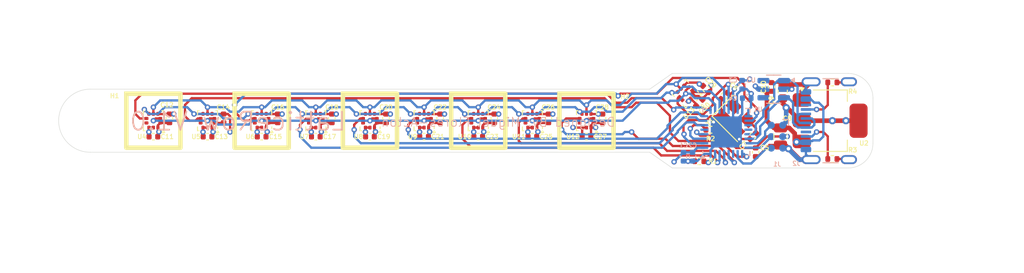
<source format=kicad_pcb>
(kicad_pcb (version 20240108) (generator "pcbnew") (generator_version "8.0")
  (layers (0 "F.Cu" signal) (1 "In1.Cu" signal) (2 "In2.Cu" signal) (31 "B.Cu" signal) (34 "B.Paste" user) (35 "F.Paste" user) (36 "B.SilkS" user "B.Silkscreen") (37 "F.SilkS" user "F.Silkscreen") (38 "B.Mask" user) (39 "F.Mask" user) (44 "Edge.Cuts" user))
  (net 0 "")
  (net 1 "GND")
  (net 2 "/RST")
  (net 3 "+3V3")
  (net 4 "+5V")
  (net 5 "/XTALO")
  (net 6 "/XTALR")
  (net 7 "/SWDIO")
  (net 8 "/SWCLK")
  (net 9 "/SWO")
  (net 10 "/USB-")
  (net 11 "/USB+")
  (net 12 "/XTALI")
  (net 13 "/BOOT0")
  (net 14 "/MISO")
  (net 15 "/MOSI")
  (net 16 "/CS2")
  (net 17 "/SCK")
  (net 18 "/CS3")
  (net 19 "/CS4")
  (net 20 "/CS1")
  (net 23 "/CS5")
  (net 24 "/CS6")
  (net 27 "/CS7")
  (net 29 "/CS8")
  (net 31 "/CS9")
  (net 32 "/CS10")
  (net 36 "Net-(J2-CC2)")
  (net 37 "Net-(J2-CC1)")
  (footprint "Package_TO_SOT_SMD:SOT-223-3_TabPin2" (layer "F.Cu") (at 165 80)
    (property "Reference" "U2")
    (property "Value" "AMS1117-3.3")
  )
  (footprint "Capacitor_SMD:C_0402_1005Metric" (layer "F.Cu") (at 108.0005 81.774001 180)
    (property "Reference" "C17")
    (property "Value" "4u7")
  )
  (footprint "Capacitor_SMD:C_0402_1005Metric" (layer "F.Cu") (at 151.25 76.475517 135)
    (property "Reference" "C29")
    (property "Value" "4u7")
  )
  (footprint "Capacitor_SMD:C_0805_2012Metric" (layer "F.Cu") (at 159.5 81.75 -90)
    (property "Reference" "C8")
    (property "Value" "22u")
  )
  (footprint "Capacitor_SMD:C_0402_1005Metric" (layer "F.Cu") (at 114.0005 81.774001 180)
    (property "Reference" "C19")
    (property "Value" "4u7")
  )
  (footprint "Package_LGA:ST_HLGA-10_2x2mm_P0.5mm_LayoutBorder3x2y" (layer "F.Cu") (at 108 80 180)
    (property "Reference" "U7")
    (property "Value" "LPS22HH")
  )
  (footprint "Capacitor_SMD:C_0402_1005Metric" (layer "F.Cu") (at 90.0005 81.774001 180)
    (property "Reference" "C11")
    (property "Value" "4u7")
  )
  (footprint "Capacitor_SMD:C_0603_1608Metric" (layer "F.Cu") (at 159.75 76.75 90)
    (property "Reference" "C9")
    (property "Value" "22u")
  )
  (footprint "Capacitor_SMD:C_0402_1005Metric" (layer "F.Cu") (at 126.0005 81.774001 180)
    (property "Reference" "C23")
    (property "Value" "4u7")
  )
  (footprint "Capacitor_SMD:C_0402_1005Metric" (layer "F.Cu") (at 138.0005 81.774001 180)
    (property "Reference" "C27")
    (property "Value" "4u7")
  )
  (footprint "Capacitor_SMD:C_0402_1005Metric" (layer "F.Cu") (at 103.7785 79.742001 90)
    (property "Reference" "C16")
    (property "Value" "100n")
  )
  (footprint "Resistor_SMD:R_0402_1005Metric" (layer "F.Cu") (at 150.5 84.5 180)
    (property "Reference" "R1")
    (property "Value" "10k")
  )
  (footprint "Crystal:Crystal_SMD_3225-4Pin_3.2x2.5mm" (layer "F.Cu") (at 154.5 79.75 -45)
    (property "Reference" "Y1")
    (property "Value" "16MHz")
  )
  (footprint "Capacitor_SMD:C_0402_1005Metric" (layer "F.Cu") (at 91.7785 79.742001 90)
    (property "Reference" "C12")
    (property "Value" "100n")
  )
  (footprint "Resistor_SMD:R_0402_1005Metric" (layer "F.Cu") (at 151.75 81 180)
    (property "Reference" "R2")
    (property "Value" "510")
  )
  (footprint "Capacitor_SMD:C_0402_1005Metric" (layer "F.Cu") (at 97.7785 79.742001 90)
    (property "Reference" "C14")
    (property "Value" "100n")
  )
  (footprint "Capacitor_SMD:C_0402_1005Metric" (layer "F.Cu") (at 132.0005 81.774001 180)
    (property "Reference" "C25")
    (property "Value" "4u7")
  )
  (footprint "Capacitor_SMD:C_0402_1005Metric" (layer "F.Cu") (at 156.75 83.5 -90)
    (property "Reference" "C5")
    (property "Value" "100n")
  )
  (footprint "Capacitor_SMD:C_0402_1005Metric" (layer "F.Cu") (at 120.0005 81.774001 180)
    (property "Reference" "C21")
    (property "Value" "4u7")
  )
  (footprint "Package_LGA:ST_HLGA-10_2x2mm_P0.5mm_LayoutBorder3x2y" (layer "F.Cu") (at 132 80 180)
    (property "Reference" "U11")
    (property "Value" "LPS22HH")
  )
  (footprint "Capacitor_SMD:C_0402_1005Metric" (layer "F.Cu") (at 158.5 76.25 90)
    (property "Reference" "C10")
    (property "Value" "1u")
  )
  (footprint "Capacitor_SMD:C_0402_1005Metric" (layer "F.Cu") (at 127.7785 79.742001 90)
    (property "Reference" "C24")
    (property "Value" "100n")
  )
  (footprint "Package_LGA:ST_HLGA-10_2x2mm_P0.5mm_LayoutBorder3x2y" (layer "F.Cu") (at 90 80 180)
    (property "Reference" "U4")
    (property "Value" "LPS22HH")
  )
  (footprint "MountingHole:MountingHole_3.2mm_M3" (layer "F.Cu") (at 145 80)
    (property "Reference" "H2")
    (property "Value" "MountingHole")
  )
  (footprint "Capacitor_SMD:C_0402_1005Metric" (layer "F.Cu") (at 121.7785 79.742001 90)
    (property "Reference" "C22")
    (property "Value" "100n")
  )
  (footprint "Package_LGA:ST_HLGA-10_2x2mm_P0.5mm_LayoutBorder3x2y" (layer "F.Cu") (at 149 77 -135)
    (property "Reference" "U13")
    (property "Value" "LPS22HH")
  )
  (footprint "Capacitor_SMD:C_0402_1005Metric" (layer "F.Cu") (at 115.7785 79.742001 90)
    (property "Reference" "C20")
    (property "Value" "100n")
  )
  (footprint "Package_LGA:ST_HLGA-10_2x2mm_P0.5mm_LayoutBorder3x2y" (layer "F.Cu") (at 120 80 180)
    (property "Reference" "U9")
    (property "Value" "LPS22HH")
  )
  (footprint "Capacitor_SMD:C_0402_1005Metric" (layer "F.Cu") (at 133.7785 79.742001 90)
    (property "Reference" "C26")
    (property "Value" "100n")
  )
  (footprint "Capacitor_SMD:C_0402_1005Metric" (layer "F.Cu") (at 96.0005 81.774001 180)
    (property "Reference" "C13")
    (property "Value" "4u7")
  )
  (footprint "Resistor_SMD:R_0402_1005Metric" (layer "F.Cu") (at 165.25 84.25)
    (property "Reference" "R3")
    (property "Value" "5k1")
  )
  (footprint "Capacitor_SMD:C_0402_1005Metric" (layer "F.Cu") (at 109.7785 79.742001 90)
    (property "Reference" "C18")
    (property "Value" "100n")
  )
  (footprint "Package_LGA:ST_HLGA-10_2x2mm_P0.5mm_LayoutBorder3x2y" (layer "F.Cu") (at 102 80 180)
    (property "Reference" "U6")
    (property "Value" "LPS22HH")
  )
  (footprint "Package_LGA:ST_HLGA-10_2x2mm_P0.5mm_LayoutBorder3x2y" (layer "F.Cu") (at 96 80 180)
    (property "Reference" "U5")
    (property "Value" "LPS22HH")
  )
  (footprint "Resistor_SMD:R_0402_1005Metric" (layer "F.Cu") (at 165.25 75.75)
    (property "Reference" "R4")
    (property "Value" "5k1")
  )
  (footprint "Package_LGA:ST_HLGA-10_2x2mm_P0.5mm_LayoutBorder3x2y" (layer "F.Cu") (at 114 80 180)
    (property "Reference" "U8")
    (property "Value" "LPS22HH")
  )
  (footprint "Capacitor_SMD:C_0402_1005Metric" (layer "F.Cu") (at 156.444544 81.694544 45)
    (property "Reference" "C7")
    (property "Value" "10p")
  )
  (footprint "Package_LGA:ST_HLGA-10_2x2mm_P0.5mm_LayoutBorder3x2y" (layer "F.Cu") (at 138 80 180)
    (property "Reference" "U12")
    (property "Value" "LPS22HH")
  )
  (footprint "Capacitor_SMD:C_0402_1005Metric" (layer "F.Cu") (at 153.25 77.25 -135)
    (property "Reference" "C6")
    (property "Value" "10p")
  )
  (footprint "Capacitor_SMD:C_0402_1005Metric" (layer "F.Cu") (at 139.7785 79.742001 90)
    (property "Reference" "C28")
    (property "Value" "100n")
  )
  (footprint "Capacitor_SMD:C_0402_1005Metric" (layer "F.Cu") (at 150.5 78 -135)
    (property "Reference" "C30")
    (property "Value" "100n")
  )
  (footprint "MountingHole:MountingHole_3.2mm_M3" (layer "F.Cu") (at 83 80)
    (property "Reference" "H1")
    (property "Value" "MountingHole")
  )
  (footprint "Package_LGA:ST_HLGA-10_2x2mm_P0.5mm_LayoutBorder3x2y" (layer "F.Cu") (at 126 80 180)
    (property "Reference" "U10")
    (property "Value" "LPS22HH")
  )
  (footprint "Capacitor_SMD:C_0402_1005Metric" (layer "F.Cu") (at 102.0005 81.774001 180)
    (property "Reference" "C15")
    (property "Value" "4u7")
  )
  (footprint "Package_TO_SOT_SMD:SOT-23-6" (layer "B.Cu") (at 158.75 76.5 180)
    (property "Reference" "U3")
    (property "Value" "SRV05-4")
  )
  (footprint "Capacitor_SMD:C_0402_1005Metric" (layer "B.Cu") (at 155.75509 77.499999 180)
    (property "Reference" "C4")
    (property "Value" "100n")
  )
  (footprint "Package_DFN_QFN:QFN-32-1EP_5x5mm_P0.5mm_EP3.45x3.45mm" (layer "B.Cu") (at 153.5 81.25)
    (property "Reference" "U1")
    (property "Value" "STM32G431KBUx")
  )
  (footprint "Capacitor_SMD:C_0402_1005Metric" (layer "B.Cu") (at 155.25 76 90)
    (property "Reference" "C3")
    (property "Value" "100n")
  )
  (footprint "Connector:Tag-Connect_TC2030-IDC-NL_2x03_P1.27mm_Vertical" (layer "B.Cu") (at 159.115 81.77 -90)
    (property "Reference" "J1")
    (property "Value" "Conn_ARM_SWD_TagConnect_TC2030-NL")
  )
  (footprint "Connector_USB:USB_C_Receptacle_GCT_USB4105-xx-A_16P_TopMnt_Horizontal" (layer "B.Cu") (at 166 80 -90)
    (property "Reference" "J2")
    (property "Value" "USB_C_Receptacle_USB2.0_16P")
  )
  (footprint "Capacitor_SMD:C_0402_1005Metric" (layer "B.Cu") (at 148.75 84 -90)
    (property "Reference" "C1")
    (property "Value" "10u")
  )
  (footprint "Capacitor_SMD:C_0402_1005Metric" (layer "B.Cu") (at 149.75 84 -90)
    (property "Reference" "C2")
    (property "Value" "100n")
  )
  (gr_rect (start 99 77) (end 105 83) (stroke (width 0.5)) (fill none) (layer "F.SilkS"))
  (gr_rect (start 135 77) (end 141 83) (stroke (width 0.5)) (fill none) (layer "F.SilkS"))
  (gr_rect (start 111 77) (end 117 83) (stroke (width 0.5)) (fill none) (layer "F.SilkS"))
  (gr_rect (start 123 77) (end 129 83) (stroke (width 0.5)) (fill none) (layer "F.SilkS"))
  (gr_rect (start 87 77) (end 93 83) (stroke (width 0.5)) (fill none) (layer "F.SilkS"))
  (gr_line (start 167 85.25) (end 147.5 85.25) (stroke (width 0.05)) (layer "Edge.Cuts"))
  (gr_arc (start 169.75 82.5) (mid 168.944544 84.444544) (end 167 85.25) (stroke (width 0.05)) (layer "Edge.Cuts"))
  (gr_line (start 83 83.5) (end 145 83.5) (stroke (width 0.05)) (layer "Edge.Cuts"))
  (gr_line (start 145 76.5) (end 147.5 74.75) (stroke (width 0.05)) (layer "Edge.Cuts"))
  (gr_arc (start 83 83.5) (mid 79.5 80) (end 83 76.5) (stroke (width 0.05)) (layer "Edge.Cuts"))
  (gr_line (start 83 76.5) (end 145 76.5) (stroke (width 0.05)) (layer "Edge.Cuts"))
  (gr_line (start 145 83.5) (end 147.5 85.25) (stroke (width 0.05)) (layer "Edge.Cuts"))
  (gr_arc (start 167 74.75) (mid 168.944544 75.555456) (end 169.75 77.5) (stroke (width 0.05)) (layer "Edge.Cuts"))
  (gr_line (start 169.75 77.5) (end 169.75 82.5) (stroke (width 0.05)) (layer "Edge.Cuts"))
  (gr_line (start 167 74.75) (end 147.5 74.75) (stroke (width 0.05)) (layer "Edge.Cuts"))
  (gr_text "LatticeRow V1.0" (at 111.5 81.25 0) (layer "B.SilkS") (effects (font (size 2 2) (thickness 0.2)) (justify left bottom mirror)))
  (gr_text "Designed By: Miguel Flores-Acton" (at 141.25 80.75 0) (layer "B.SilkS") (effects (font (size 1 1) (thickness 0.1)) (justify left bottom mirror)))
  (segment (start 95.5205 81.2295) (end 95.5205 80.782999) (width 0.254) (layer "F.Cu") (net 1))
  (segment (start 96.5245 79.262001) (end 96.499999 79.2375) (width 0.254) (layer "F.Cu") (net 1))
  (segment (start 101.5205 81.774001) (end 101.5205 81.2705) (width 0.254) (layer "F.Cu") (net 1))
  (segment (start 131.5 81.25) (end 131.5205 81.2295) (width 0.254) (layer "F.Cu") (net 1))
  (segment (start 92.237999 79.262001) (end 91.7785 79.262001) (width 0.254) (layer "F.Cu") (net 1))
  (segment (start 125.5205 81.774001) (end 125.5205 81.2705) (width 0.254) (layer "F.Cu") (net 1))
  (segment (start 89.5205 81.2295) (end 89.5205 80.782999) (width 0.254) (layer "F.Cu") (net 1))
  (segment (start 149.185616 77.892722) (end 149.25282 77.892722) (width 0.254) (layer "F.Cu") (net 1))
  (segment (start 116.262001 79.262001) (end 115.7785 79.262001) (width 0.254) (layer "F.Cu") (net 1))
  (segment (start 89.5205 80.782999) (end 89.500001 80.7625) (width 0.254) (layer "F.Cu") (net 1))
  (segment (start 109.7785 79.262001) (end 108.5245 79.262001) (width 0.254) (layer "F.Cu") (net 1))
  (segment (start 90.5245 79.262001) (end 90.499999 79.2375) (width 0.254) (layer "F.Cu") (net 1))
  (segment (start 107.5205 80.782999) (end 107.500001 80.7625) (width 0.254) (layer "F.Cu") (net 1))
  (segment (start 113.5205 80.782999) (end 113.500001 80.7625) (width 0.254) (layer "F.Cu") (net 1))
  (segment (start 165.76 84.25) (end 167.005 84.25) (width 0.254) (layer "F.Cu") (net 1))
  (segment (start 131.5205 81.774001) (end 131.5205 81.2705) (width 0.254) (layer "F.Cu") (net 1))
  (segment (start 95.5 81.25) (end 95.5205 81.2295) (width 0.254) (layer "F.Cu") (net 1))
  (segment (start 156.979038 83.98) (end 158.259039 82.699999) (width 0.254) (layer "F.Cu") (net 1))
  (segment (start 156.75 83.98) (end 156.979038 83.98) (width 0.254) (layer "F.Cu") (net 1))
  (segment (start 133.7785 79.262001) (end 132.5245 79.262001) (width 0.254) (layer "F.Cu") (net 1))
  (segment (start 95.5205 80.782999) (end 95.500001 80.7625) (width 0.254) (layer "F.Cu") (net 1))
  (segment (start 167.005 84.25) (end 167.075 84.32) (width 0.254) (layer "F.Cu") (net 1))
  (segment (start 125.500001 80.7625) (end 126 80.7625) (width 0.254) (layer "F.Cu") (net 1))
  (segment (start 97.7785 79.262001) (end 96.5245 79.262001) (width 0.254) (layer "F.Cu") (net 1))
  (segment (start 107.5 81.25) (end 107.5205 81.2295) (width 0.254) (layer "F.Cu") (net 1))
  (segment (start 113.5205 81.2295) (end 113.5205 80.782999) (width 0.254) (layer "F.Cu") (net 1))
  (segment (start 131.5205 80.782999) (end 131.500001 80.7625) (width 0.254) (layer "F.Cu") (net 1))
  (segment (start 158.259039 82.699999) (end 159.5 82.699999) (width 0.254) (layer "F.Cu") (net 1))
  (segment (start 153.589411 76.910589) (end 153.839411 77.160589) (width 0.254) (layer "F.Cu") (net 1))
  (segment (start 136.5125 80.7625) (end 136.5 80.75) (width 0.254) (layer "F.Cu") (net 1))
  (segment (start 104.262001 79.262001) (end 103.7785 79.262001) (width 0.254) (layer "F.Cu") (net 1))
  (segment (start 98.5 79.5) (end 98.262001 79.262001) (width 0.254) (layer "F.Cu") (net 1))
  (segment (start 159.75 75.975) (end 160.75 75.975) (width 0.508) (layer "F.Cu") (net 1))
  (segment (start 156.105133 82.033955) (end 154.912492 82.033955) (width 0.254) (layer "F.Cu") (net 1))
  (segment (start 131.5205 81.2705) (end 131.5 81.25) (width 0.254) (layer "F.Cu") (net 1))
  (segment (start 154.323223 77.644401) (end 154.323223 78.371142) (width 0.254) (layer "F.Cu") (net 1))
  (segment (start 160.75 75.975) (end 162.6 75.975) (width 0.508) (layer "F.Cu") (net 1))
  (segment (start 167.005 75.75) (end 167.075 75.68) (width 0.254) (layer "F.Cu") (net 1))
  (segment (start 160.023146 82.699999) (end 161.643147 84.32) (width 0.508) (layer "F.Cu") (net 1))
  (segment (start 154.676777 81.79824) (end 154.676777 81.128858) (width 0.254) (layer "F.Cu") (net 1))
  (segment (start 91.7785 79.262001) (end 90.5245 79.262001) (width 0.254) (layer "F.Cu") (net 1))
  (segment (start 131.500001 80.7625) (end 132 80.7625) (width 0.254) (layer "F.Cu") (net 1))
  (segment (start 121.7785 79.262001) (end 120.5245 79.262001) (width 0.254) (layer "F.Cu") (net 1))
  (segment (start 110.262001 79.262001) (end 109.7785 79.262001) (width 0.254) (layer "F.Cu") (net 1))
  (segment (start 101.5205 80.782999) (end 101.500001 80.7625) (width 0.254) (layer "F.Cu") (net 1))
  (segment (start 107.5205 81.774001) (end 107.5205 81.2705) (width 0.254) (layer "F.Cu") (net 1))
  (segment (start 139.317631 79.262001) (end 139.7785 79.262001) (width 0.254) (layer "F.Cu") (net 1))
  (segment (start 139.7785 79.262001) (end 138.5245 79.262001) (width 0.254) (layer "F.Cu") (net 1))
  (segment (start 92.25 79.25) (end 92.237999 79.262001) (width 0.254) (layer "F.Cu") (net 1))
  (segment (start 150.713043 76.136106) (end 150.505454 75.928517) (width 0.254) (layer "F.Cu") (net 1))
  (segment (start 101.5 81.25) (end 101.5205 81.2295) (width 0.254) (layer "F.Cu") (net 1))
  (segment (start 119.5205 80.782999) (end 119.500001 80.7625) (width 0.254) (layer "F.Cu") (net 1))
  (segment (start 153.839411 77.160589) (end 154.323223 77.644401) (width 0.254) (layer "F.Cu") (net 1))
  (segment (start 150.344517 75.76758) (end 150.505454 75.928517) (width 0.254) (layer "F.Cu") (net 1))
  (segment (start 161.85 77.7) (end 161.85 76.725) (width 0.508) (layer "F.Cu") (net 1))
  (segment (start 89.500001 80.7625) (end 90 80.7625) (width 0.254) (layer "F.Cu") (net 1))
  (segment (start 125.5205 80.782999) (end 125.500001 80.7625) (width 0.254) (layer "F.Cu") (net 1))
  (segment (start 113.500001 80.7625) (end 114 80.7625) (width 0.254) (layer "F.Cu") (net 1))
  (segment (start 119.500001 80.7625) (end 120 80.7625) (width 0.254) (layer "F.Cu") (net 1))
  (segment (start 158.5 75.77) (end 159.545 75.77) (width 0.254) (layer "F.Cu") (net 1))
  (segment (start 159.545 75.77) (end 159.75 75.975) (width 0.254) (layer "F.Cu") (net 1))
  (segment (start 125.5205 81.2295) (end 125.5205 80.782999) (width 0.254) (layer "F.Cu") (net 1))
  (segment (start 108.5245 79.262001) (end 108.499999 79.2375) (width 0.254) (layer "F.Cu") (net 1))
  (segment (start 125.5205 81.2705) (end 125.5 81.25) (width 0.254) (layer "F.Cu") (net 1))
  (segment (start 113.5205 81.2705) (end 113.5 81.25) (width 0.254) (layer "F.Cu") (net 1))
  (segment (start 119.5205 81.2295) (end 119.5205 80.782999) (width 0.254) (layer "F.Cu") (net 1))
  (segment (start 95.5205 81.2705) (end 95.5 81.25) (width 0.254) (layer "F.Cu") (net 1))
  (segment (start 101.5205 81.2705) (end 101.5 81.25) (width 0.254) (layer "F.Cu") (net 1))
  (segment (start 154.927767 82.04923) (end 154.927767 81.379848) (width 0.254) (layer "F.Cu") (net 1))
  (segment (start 138.5245 79.262001) (end 138.499999 79.2375) (width 0.254) (layer "F.Cu") (net 1))
  (segment (start 119.5205 81.774001) (end 119.5205 81.2705) (width 0.254) (layer "F.Cu") (net 1))
  (segment (start 119.5205 81.2705) (end 119.5 81.25) (width 0.254) (layer "F.Cu") (net 1))
  (segment (start 159.5 82.699999) (end 160.023146 82.699999) (width 0.508) (layer "F.Cu") (net 1))
  (segment (start 95.5205 81.774001) (end 95.5205 81.2705) (width 0.254) (layer "F.Cu") (net 1))
  (segment (start 127.7785 79.262001) (end 126.5245 79.262001) (width 0.254) (layer "F.Cu") (net 1))
  (segment (start 165.759999 75.75) (end 167.005 75.75) (width 0.254) (layer "F.Cu") (net 1))
  (segment (start 113.5 81.25) (end 113.5205 81.2295) (width 0.254) (layer "F.Cu") (net 1))
  (segment (start 149.154082 75.76758) (end 150.344517 75.76758) (width 0.254) (layer "F.Cu") (net 1))
  (segment (start 98.262001 79.262001) (end 97.7785 79.262001) (width 0.254) (layer "F.Cu") (net 1))
  (segment (start 149.322771 77.755567) (end 149.539169 77.539169) (width 0.254) (layer "F.Cu") (net 1))
  (segment (start 149.25282 77.892722) (end 149.322771 77.822771) (width 0.254) (layer "F.Cu") (net 1))
  (segment (start 107.5205 81.2705) (end 107.5 81.25) (width 0.254) (layer "F.Cu") (net 1))
  (segment (start 162.6 75.975) (end 162.895 75.68) (width 0.508) (layer "F.Cu") (net 1))
  (segment (start 107.5205 81.2295) (end 107.5205 80.782999) (width 0.254) (layer "F.Cu") (net 1))
  (segment (start 89.5 81.25) (end 89.5205 81.2295) (width 0.254) (layer "F.Cu") (net 1))
  (segment (start 134.262001 79.262001) (end 133.7785 79.262001) (width 0.254) (layer "F.Cu") (net 1))
  (segment (start 150.910589 76.136106) (end 150.713043 76.136106) (width 0.254) (layer "F.Cu") (net 1))
  (segment (start 115.7785 79.262001) (end 114.5245 79.262001) (width 0.254) (layer "F.Cu") (net 1))
  (segment (start 149.990001 84.5) (end 149.25 84.5) (width 0.254) (layer "F.Cu") (net 1))
  (segment (start 137.500001 80.7625) (end 138 80.7625) (width 0.254) (layer "F.Cu") (net 1))
  (segment (start 119.5 81.25) (end 119.5205 81.2295) (width 0.254) (layer "F.Cu") (net 1))
  (segment (start 89.5205 81.2705) (end 89.5 81.25) (width 0.254) (layer "F.Cu") (net 1))
  (segment (start 149.322771 77.822771) (end 149.322771 77.755567) (width 0.254) (layer "F.Cu") (net 1))
  (segment (start 122.262001 79.262001) (end 121.7785 79.262001) (width 0.254) (layer "F.Cu") (net 1))
  (segment (start 154.38023 76.479596) (end 154.38023 76.61977) (width 0.254) (layer "F.Cu") (net 1))
  (segment (start 131.5205 81.2295) (end 131.5205 80.782999) (width 0.254) (layer "F.Cu") (net 1))
  (segment (start 114.5245 79.262001) (end 114.499999 79.2375) (width 0.254) (layer "F.Cu") (net 1))
  (segment (start 89.5205 81.774001) (end 89.5205 81.2705) (width 0.254) (layer "F.Cu") (net 1))
  (segment (start 154.927767 81.379848) (end 154.676777 81.128858) (width 0.254) (layer "F.Cu") (net 1))
  (segment (start 113.5205 81.774001) (end 113.5205 81.2705) (width 0.254) (layer "F.Cu") (net 1))
  (segment (start 107.500001 80.7625) (end 108 80.7625) (width 0.254) (layer "F.Cu") (net 1))
  (segment (start 137.500001 80.7625) (end 136.5125 80.7625) (width 0.254) (layer "F.Cu") (net 1))
  (segment (start 125.5 81.25) (end 125.5205 81.2295) (width 0.254) (layer "F.Cu") (net 1))
  (segment (start 154.38023 76.61977) (end 153.839411 77.160589) (width 0.254) (layer "F.Cu") (net 1))
  (segment (start 101.5205 81.2295) (end 101.5205 80.782999) (width 0.254) (layer "F.Cu") (net 1))
  (segment (start 132.5245 79.262001) (end 132.499999 79.2375) (width 0.254) (layer "F.Cu") (net 1))
  (segment (start 95.500001 80.7625) (end 96 80.7625) (width 0.254) (layer "F.Cu") (net 1))
  (segment (start 150.160589 78.160589) (end 149.539169 77.539169) (width 0.254) (layer "F.Cu") (net 1))
  (segment (start 154.912492 82.033955) (end 154.676777 81.79824) (width 0.254) (layer "F.Cu") (net 1))
  (segment (start 137.5205 81.774001) (end 137.5205 80.782999) (width 0.254) (layer "F.Cu") (net 1))
  (segment (start 149.154082 75.76758) (end 148.814384 76.107278) (width 0.254) (layer "F.Cu") (net 1))
  (segment (start 137.5205 80.782999) (end 137.500001 80.7625) (width 0.254) (layer "F.Cu") (net 1))
  (segment (start 120.5245 79.262001) (end 120.499999 79.2375) (width 0.254) (layer "F.Cu") (net 1))
  (segment (start 161.643147 84.32) (end 162.895 84.32) (width 0.508) (layer "F.Cu") (net 1))
  (segment (start 161.85 76.725) (end 162.895 75.68) (width 0.508) (layer "F.Cu") (net 1))
  (segment (start 101.500001 80.7625) (end 102 80.7625) (width 0.254) (layer "F.Cu") (net 1))
  (segment (start 98.5 81.25) (end 98.5 79.5) (width 0.254) (layer "F.Cu") (net 1))
  (segment (start 160.75 76.5) (end 160.75 75.975) (width 0.508) (layer "F.Cu") (net 1))
  (segment (start 102.5245 79.262001) (end 102.499999 79.2375) (width 0.254) (layer "F.Cu") (net 1))
  (segment (start 128.262001 79.262001) (end 127.7785 79.262001) (width 0.254) (layer "F.Cu") (net 1))
  (segment (start 103.7785 79.262001) (end 102.5245 79.262001) (width 0.254) (layer "F.Cu") (net 1))
  (segment (start 126.5245 79.262001) (end 126.499999 79.2375) (width 0.254) (layer "F.Cu") (net 1))
  (segment (start 150.160589 78.339411) (end 150.160589 78.160589) (width 0.254) (layer "F.Cu") (net 1))
  (via (at 149.322771 77.822771) (size 0.6) (drill 0.3) (layers "F.Cu" "B.Cu") (net 1))
  (via (at 152.096968 80.16049) (size 0.6) (drill 0.3) (layers "F.Cu" "B.Cu") (net 1))
  (via (at 107.5 81.25) (size 0.6) (drill 0.3) (layers "F.Cu" "B.Cu") (net 1))
  (via (at 101.5 81.25) (size 0.6) (drill 0.3) (layers "F.Cu" "B.Cu") (net 1))
  (via (at 104.262001 79.262001) (size 0.6) (drill 0.3) (layers "F.Cu" "B.Cu") (net 1))
  (via (at 150.505454 75.928517) (size 0.6) (drill 0.3) (layers "F.Cu" "B.Cu") (net 1))
  (via (at 125.5 81.25) (size 0.6) (drill 0.3) (layers "F.Cu" "B.Cu") (net 1))
  (via (at 136.5 80.75) (size 0.6) (drill 0.3) (layers "F.Cu" "B.Cu") (net 1))
  (via (at 116.262001 79.262001) (size 0.6) (drill 0.3) (layers "F.Cu" "B.Cu") (net 1))
  (via (at 149.25 84.5) (size 0.6) (drill 0.3) (layers "F.Cu" "B.Cu") (net 1))
  (via (at 89.5 81.25) (size 0.6) (drill 0.3) (layers "F.Cu" "B.Cu") (net 1))
  (via (at 160.386168 83.109318) (size 0.8) (drill 0.4) (layers "F.Cu" "B.Cu") (net 1))
  (via (at 119.5 81.25) (size 0.6) (drill 0.3) (layers "F.Cu" "B.Cu") (net 1))
  (via (at 154.927767 82.04923) (size 0.6) (drill 0.3) (layers "F.Cu" "B.Cu") (net 1))
  (via (at 113.5 81.25) (size 0.6) (drill 0.3) (layers "F.Cu" "B.Cu") (net 1))
  (via (at 128.262001 79.262001) (size 0.6) (drill 0.3) (layers "F.Cu" "B.Cu") (net 1))
  (via (at 95.5 81.25) (size 0.6) (drill 0.3) (layers "F.Cu" "B.Cu") (net 1))
  (via (at 98.5 81.25) (size 0.6) (drill 0.3) (layers "F.Cu" "B.Cu") (net 1))
  (via (at 134.262001 79.262001) (size 0.6) (drill 0.3) (layers "F.Cu" "B.Cu") (net 1))
  (via (at 156.099835 75.385607) (size 0.6) (drill 0.3) (layers "F.Cu" "B.Cu") (net 1))
  (via (at 154.38023 76.479596) (size 0.6) (drill 0.3) (layers "F.Cu" "B.Cu") (net 1))
  (via (at 131.5 81.25) (size 0.6) (drill 0.3) (layers "F.Cu" "B.Cu") (net 1))
  (via (at 110.262001 79.262001) (size 0.6) (drill 0.3) (layers "F.Cu" "B.Cu") (net 1))
  (via (at 92.25 79.25) (size 0.6) (drill 0.3) (layers "F.Cu" "B.Cu") (net 1))
  (via (at 139.317631 79.262001) (size 0.6) (drill 0.3) (layers "F.Cu" "B.Cu") (net 1))
  (via (at 160.75 76.5) (size 0.6) (drill 0.3) (layers "F.Cu" "B.Cu") (net 1))
  (via (at 122.262001 79.262001) (size 0.6) (drill 0.3) (layers "F.Cu" "B.Cu") (net 1))
  (segment (start 151.75 83.6875) (end 151.75 83.231858) (width 0.254) (layer "B.Cu") (net 1))
  (segment (start 155.25 77.525089) (end 155.25 78.8125) (width 0.254) (layer "B.Cu") (net 1))
  (segment (start 149.75 84.48) (end 149.27 84.48) (width 0.254) (layer "B.Cu") (net 1))
  (segment (start 153.5 81.481858) (end 153.5 81.25) (width 0.254) (layer "B.Cu") (net 1))
  (segment (start 161.57 84.32) (end 162.895 84.32) (width 0.508) (layer "B.Cu") (net 1))
  (segment (start 162.32 76.255) (end 162.895 75.68) (width 0.254) (layer "B.Cu") (net 1))
  (segment (start 154.25 80.5) (end 153.5 81.25) (width 0.254) (layer "B.Cu") (net 1))
  (segment (start 162.32 83.745) (end 162.895 84.32) (width 0.254) (layer "B.Cu") (net 1))
  (segment (start 155.25 75.52) (end 155.965442 75.52) (width 0.254) (layer "B.Cu") (net 1))
  (segment (start 155.25 78.8125) (end 155.25 79.268142) (width 0.254) (layer "B.Cu") (net 1))
  (segment (start 154.38023 76.38977) (end 154.38023 76.479596) (width 0.254) (layer "B.Cu") (net 1))
  (segment (start 162.32 83.2) (end 162.32 83.745) (width 0.254) (layer "B.Cu") (net 1))
  (segment (start 159.75 83.04) (end 160.29 83.04) (width 0.508) (layer "B.Cu") (net 1))
  (segment (start 154.25 78.8125) (end 154.25 80.5) (width 0.254) (layer "B.Cu") (net 1))
  (segment (start 155.25 75.52) (end 154.38023 76.38977) (width 0.254) (layer "B.Cu") (net 1))
  (segment (start 155.965442 75.52) (end 156.099835 75.385607) (width 0.254) (layer "B.Cu") (net 1))
  (segment (start 155.25 79.268142) (end 153.5 81.018142) (width 0.254) (layer "B.Cu") (net 1))
  (segment (start 150.27 84.48) (end 149.75 84.48) (width 0.254) (layer "B.Cu") (net 1))
  (segment (start 149.27 84.48) (end 149.25 84.5) (width 0.254) (layer "B.Cu") (net 1))
  (segment (start 160.386168 83.136168) (end 161.57 84.32) (width 0.508) (layer "B.Cu") (net 1))
  (segment (start 148.75 84.48) (end 149.23 84.48) (width 0.254) (layer "B.Cu") (net 1))
  (segment (start 154.25 78.8125) (end 154.25 76.609826) (width 0.254) (layer "B.Cu") (net 1))
  (segment (start 151.0625 83.6875) (end 151.75 83.6875) (width 0.254) (layer "B.Cu") (net 1))
  (segment (start 151.75 83.231858) (end 153.5 81.481858) (width 0.254) (layer "B.Cu") (net 1))
  (segment (start 149.23 84.48) (end 149.25 84.5) (width 0.254) (layer "B.Cu") (net 1))
  (segment (start 162.32 76.8) (end 162.32 76.255) (width 0.254) (layer "B.Cu") (net 1))
  (segment (start 160.359318 83.109318) (end 160.386168 83.109318) (width 0.508) (layer "B.Cu") (net 1))
  (segment (start 160.29 83.04) (end 160.359318 83.109318) (width 0.508) (layer "B.Cu") (net 1))
  (segment (start 160.1375 76.5) (end 160.75 76.5) (width 0.254) (layer "B.Cu") (net 1))
  (segment (start 160.386168 83.109318) (end 160.386168 83.136168) (width 0.508) (layer "B.Cu") (net 1))
  (segment (start 153.5 81.018142) (end 153.5 81.25) (width 0.254) (layer "B.Cu") (net 1))
  (segment (start 155.27509 77.499999) (end 155.25 77.525089) (width 0.254) (layer "B.Cu") (net 1))
  (segment (start 151.0625 83.6875) (end 150.27 84.48) (width 0.254) (layer "B.Cu") (net 1))
  (segment (start 154.25 76.609826) (end 154.38023 76.479596) (width 0.254) (layer "B.Cu") (net 1))
  (segment (start 158.02 81.75) (end 156.75 83.02) (width 0.254) (layer "F.Cu") (net 2))
  (segment (start 150.608227 81.664772) (end 153.227525 81.664772) (width 0.254) (layer "F.Cu") (net 2))
  (segment (start 153.227525 81.664772) (end 154.582753 83.02) (width 0.254) (layer "F.Cu") (net 2))
  (segment (start 150.221045 81.27759) (end 150.608227 81.664772) (width 0.254) (layer "F.Cu") (net 2))
  (segment (start 154.582753 83.02) (end 156.75 83.02) (width 0.254) (layer "F.Cu") (net 2))
  (segment (start 160.25 81.75) (end 158.02 81.75) (width 0.254) (layer "F.Cu") (net 2))
  (via (at 160.25 81.75) (size 0.6) (drill 0.3) (layers "F.Cu" "B.Cu") (net 2))
  (via (at 150.221045 81.27759) (size 0.6) (drill 0.3) (layers "F.Cu" "B.Cu") (net 2))
  (segment (start 150.221045 81.27759) (end 150.443455 81.5) (width 0.254) (layer "B.Cu") (net 2))
  (segment (start 159.75 81.77) (end 160.23 81.77) (width 0.254) (layer "B.Cu") (net 2))
  (segment (start 160.23 81.77) (end 160.25 81.75) (width 0.254) (layer "B.Cu") (net 2))
  (segment (start 150.443455 81.5) (end 151.0625 81.5) (width 0.254) (layer "B.Cu") (net 2))
  (segment (start 90.613002 81.233827) (end 90.499999 81.34683) (width 0.254) (layer "F.Cu") (net 3))
  (segment (start 126.499999 80.7625) (end 126.499999 81.120824) (width 0.254) (layer "F.Cu") (net 3))
  (segment (start 108.7625 80.25) (end 109.750501 80.25) (width 0.254) (layer "F.Cu") (net 3))
  (segment (start 96.499999 80.7625) (end 96.499999 81.120824) (width 0.254) (layer "F.Cu") (net 3))
  (segment (start 132.499999 81.120824) (end 132.613002 81.233827) (width 0.254) (layer "F.Cu") (net 3))
  (segment (start 149.892722 77.185616) (end 149.715946 77.00884) (width 0.254) (layer "F.Cu") (net 3))
  (segment (start 132.499999 80.512501) (end 132.7625 80.25) (width 0.254) (layer "F.Cu") (net 3))
  (segment (start 114.613002 81.233827) (end 114.499999 81.34683) (width 0.254) (layer "F.Cu") (net 3))
  (segment (start 138.499999 81.754502) (end 138.4805 81.774001) (width 0.254) (layer "F.Cu") (net 3))
  (segment (start 96.499999 81.34683) (end 96.499999 81.754502) (width 0.254) (layer "F.Cu") (net 3))
  (segment (start 102.499999 81.120824) (end 102.613002 81.233827) (width 0.254) (layer "F.Cu") (net 3))
  (segment (start 149.909858 76.814928) (end 149.715946 77.00884) (width 0.254) (layer "F.Cu") (net 3))
  (segment (start 132.7625 80.25) (end 133.750501 80.25) (width 0.254) (layer "F.Cu") (net 3))
  (segment (start 151.807687 76.596652) (end 151.589411 76.814928) (width 0.254) (layer "F.Cu") (net 3))
  (segment (start 161.675001 80) (end 161.850001 80) (width 0.508) (layer "F.Cu") (net 3))
  (segment (start 115.750501 80.25) (end 115.7785 80.222001) (width 0.254) (layer "F.Cu") (net 3))
  (segment (start 96.613002 81.233827) (end 96.499999 81.34683) (width 0.254) (layer "F.Cu") (net 3))
  (segment (start 132.499999 81.34683) (end 132.499999 81.754502) (width 0.254) (layer "F.Cu") (net 3))
  (segment (start 120.499999 80.512501) (end 120.7625 80.25) (width 0.254) (layer "F.Cu") (net 3))
  (segment (start 159.75 77.525) (end 159.75 78.074999) (width 0.508) (layer "F.Cu") (net 3))
  (segment (start 90.499999 80.512501) (end 90.7625 80.25) (width 0.254) (layer "F.Cu") (net 3))
  (segment (start 109.750501 80.25) (end 109.7785 80.222001) (width 0.254) (layer "F.Cu") (net 3))
  (segment (start 160.133573 78.458572) (end 160.133573 78.555956) (width 0.508) (layer "F.Cu") (net 3))
  (segment (start 126.499999 81.754502) (end 126.4805 81.774001) (width 0.254) (layer "F.Cu") (net 3))
  (segment (start 160.230957 78.555956) (end 161.675001 80) (width 0.508) (layer "F.Cu") (net 3))
  (segment (start 108.499999 81.754502) (end 108.4805 81.774001) (width 0.254) (layer "F.Cu") (net 3))
  (segment (start 127.750501 80.25) (end 127.7785 80.222001) (width 0.254) (layer "F.Cu") (net 3))
  (segment (start 149.715946 77.00884) (end 149.715946 76.637608) (width 0.254) (layer "F.Cu") (net 3))
  (segment (start 120.499999 81.754502) (end 120.4805 81.774001) (width 0.254) (layer "F.Cu") (net 3))
  (segment (start 150.839411 77.564928) (end 151.589411 76.814928) (width 0.254) (layer "F.Cu") (net 3))
  (segment (start 90.499999 80.7625) (end 90.499999 81.120824) (width 0.254) (layer "F.Cu") (net 3))
  (segment (start 126.499999 80.7625) (end 126.499999 80.512501) (width 0.254) (layer "F.Cu") (net 3))
  (segment (start 138.7625 80.25) (end 139.750501 80.25) (width 0.254) (layer "F.Cu") (net 3))
  (segment (start 108.499999 81.120824) (end 108.613002 81.233827) (width 0.254) (layer "F.Cu") (net 3))
  (segment (start 126.499999 80.512501) (end 126.7625 80.25) (width 0.254) (layer "F.Cu") (net 3))
  (segment (start 160.133573 78.555956) (end 160.230957 78.555956) (width 0.508) (layer "F.Cu") (net 3))
  (segment (start 102.499999 81.754502) (end 102.4805 81.774001) (width 0.254) (layer "F.Cu") (net 3))
  (segment (start 90.499999 81.120824) (end 90.613002 81.233827) (width 0.254) (layer "F.Cu") (net 3))
  (segment (start 96.499999 80.7625) (end 96.499999 80.512501) (width 0.254) (layer "F.Cu") (net 3))
  (segment (start 138.9875 80.7625) (end 139 80.75) (width 0.254) (layer "F.Cu") (net 3))
  (segment (start 120.613002 81.233827) (end 120.499999 81.34683) (width 0.254) (layer "F.Cu") (net 3))
  (segment (start 102.7625 80.25) (end 103.750501 80.25) (width 0.254) (layer "F.Cu") (net 3))
  (segment (start 97.750501 80.25) (end 97.7785 80.222001) (width 0.254) (layer "F.Cu") (net 3))
  (segment (start 120.499999 80.7625) (end 120.499999 80.512501) (width 0.254) (layer "F.Cu") (net 3))
  (segment (start 102.499999 80.7625) (end 102.499999 81.120824) (width 0.254) (layer "F.Cu") (net 3))
  (segment (start 114.499999 81.34683) (end 114.499999 81.754502) (width 0.254) (layer "F.Cu") (net 3))
  (segment (start 126.613002 81.233827) (end 126.499999 81.34683) (width 0.254) (layer "F.Cu") (net 3))
  (segment (start 90.499999 80.7625) (end 90.499999 80.512501) (width 0.254) (layer "F.Cu") (net 3))
  (segment (start 138.499999 80.512501) (end 138.7625 80.25) (width 0.254) (layer "F.Cu") (net 3))
  (segment (start 102.499999 81.34683) (end 102.499999 81.754502) (width 0.254) (layer "F.Cu") (net 3))
  (segment (start 114.499999 80.7625) (end 114.499999 81.120824) (width 0.254) (layer "F.Cu") (net 3))
  (segment (start 120.499999 81.120824) (end 120.613002 81.233827) (width 0.254) (layer "F.Cu") (net 3))
  (segment (start 133.750501 80.25) (end 133.7785 80.222001) (width 0.254) (layer "F.Cu") (net 3))
  (segment (start 96.499999 81.754502) (end 96.4805 81.774001) (width 0.254) (layer "F.Cu") (net 3))
  (segment (start 90.499999 81.34683) (end 90.499999 81.754502) (width 0.254) (layer "F.Cu") (net 3))
  (segment (start 96.7625 80.25) (end 97.750501 80.25) (width 0.254) (layer "F.Cu") (net 3))
  (segment (start 121.750501 80.25) (end 121.7785 80.222001) (width 0.254) (layer "F.Cu") (net 3))
  (segment (start 138.499999 80.7625) (end 138.499999 80.512501) (width 0.254) (layer "F.Cu") (net 3))
  (segment (start 120.499999 80.7625) (end 120.499999 81.120824) (width 0.254) (layer "F.Cu") (net 3))
  (segment (start 138.499999 80.7625) (end 138.499999 81.754502) (width 0.254) (layer "F.Cu") (net 3))
  (segment (start 114.499999 81.120824) (end 114.613002 81.233827) (width 0.254) (layer "F.Cu") (net 3))
  (segment (start 126.499999 81.34683) (end 126.499999 81.754502) (width 0.254) (layer "F.Cu") (net 3))
  (segment (start 149.957106 77.25) (end 149.892722 77.185616) (width 0.254) (layer "F.Cu") (net 3))
  (segment (start 126.499999 81.120824) (end 126.613002 81.233827) (width 0.254) (layer "F.Cu") (net 3))
  (segment (start 126.7625 80.25) (end 127.750501 80.25) (width 0.254) (layer "F.Cu") (net 3))
  (segment (start 150.428822 77.25) (end 149.957106 77.25) (width 0.254) (layer "F.Cu") (net 3))
  (segment (start 103.750501 80.25) (end 103.7785 80.222001) (width 0.254) (layer "F.Cu") (net 3))
  (segment (start 159.75 78.074999) (end 160.133573 78.458572) (width 0.508) (layer "F.Cu") (net 3))
  (segment (start 132.499999 81.754502) (end 132.4805 81.774001) (width 0.254) (layer "F.Cu") (net 3))
  (segment (start 150.839411 77.660589) (end 150.428822 77.25) (width 0.254) (layer "F.Cu") (net 3))
  (segment (start 90.499999 81.754502) (end 90.4805 81.774001) (width 0.254) (layer "F.Cu") (net 3))
  (segment (start 138.499999 80.7625) (end 138.9875 80.7625) (width 0.254) (layer "F.Cu") (net 3))
  (segment (start 139.750501 80.25) (end 139.7785 80.222001) (width 0.254) (layer "F.Cu") (net 3))
  (segment (start 132.613002 81.233827) (end 132.499999 81.34683) (width 0.254) (layer "F.Cu") (net 3))
  (segment (start 132.499999 80.7625) (end 132.499999 81.120824) (width 0.254) (layer "F.Cu") (net 3))
  (segment (start 114.499999 80.512501) (end 114.7625 80.25) (width 0.254) (layer "F.Cu") (net 3))
  (segment (start 114.499999 81.754502) (end 114.4805 81.774001) (width 0.254) (layer "F.Cu") (net 3))
  (segment (start 166.75 80) (end 168.149999 80) (width 0.508) (layer "F.Cu") (net 3))
  (segment (start 90.7625 80.25) (end 91.750501 80.25) (width 0.254) (layer "F.Cu") (net 3))
  (segment (start 151.807687 76.049727) (end 151.807687 76.596652) (width 0.254) (layer "F.Cu") (net 3))
  (segment (start 114.7625 80.25) (end 115.750501 80.25) (width 0.254) (layer "F.Cu") (net 3))
  (segment (start 120.499999 81.34683) (end 120.499999 81.754502) (width 0.254) (layer "F.Cu") (net 3))
  (segment (start 120.7625 80.25) (end 121.750501 80.25) (width 0.254) (layer "F.Cu") (net 3))
  (segment (start 114.499999 80.7625) (end 114.499999 80.512501) (width 0.254) (layer "F.Cu") (net 3))
  (segment (start 96.499999 80.512501) (end 96.7625 80.25) (width 0.254) (layer "F.Cu") (net 3))
  (segment (start 108.499999 80.7625) (end 108.499999 81.120824) (width 0.254) (layer "F.Cu") (net 3))
  (segment (start 151.589411 76.814928) (end 149.909858 76.814928) (width 0.254) (layer "F.Cu") (net 3))
  (segment (start 161.850001 80) (end 165.25 80) (width 0.508) (layer "F.Cu") (net 3))
  (segment (start 132.499999 80.7625) (end 132.499999 80.512501) (width 0.254) (layer "F.Cu") (net 3))
  (segment (start 96.499999 81.120824) (end 96.613002 81.233827) (width 0.254) (layer "F.Cu") (net 3))
  (segment (start 102.499999 80.512501) (end 102.7625 80.25) (width 0.254) (layer "F.Cu") (net 3))
  (segment (start 102.499999 80.7625) (end 102.499999 80.512501) (width 0.254) (layer "F.Cu") (net 3))
  (segment (start 150.839411 77.660589) (end 150.839411 77.564928) (width 0.254) (layer "F.Cu") (net 3))
  (segment (start 108.499999 80.7625) (end 108.499999 80.512501) (width 0.254) (layer "F.Cu") (net 3))
  (segment (start 108.613002 81.233827) (end 108.499999 81.34683) (width 0.254) (layer "F.Cu") (net 3))
  (segment (start 108.499999 81.34683) (end 108.499999 81.754502) (width 0.254) (layer "F.Cu") (net 3))
  (segment (start 165.25 80) (end 166.75 80) (width 0.508) (layer "F.Cu") (net 3))
  (segment (start 108.499999 80.512501) (end 108.7625 80.25) (width 0.254) (layer "F.Cu") (net 3))
  (segment (start 102.613002 81.233827) (end 102.499999 81.34683) (width 0.254) (layer "F.Cu") (net 3))
  (segment (start 91.750501 80.25) (end 91.7785 80.222001) (width 0.254) (layer "F.Cu") (net 3))
  (via (at 160.133573 78.555956) (size 0.8) (drill 0.4) (layers "F.Cu" "B.Cu") (net 3))
  (via (at 126.613002 81.233827) (size 0.6) (drill 0.3) (layers "F.Cu" "B.Cu") (net 3))
  (via (at 165.25 80) (size 0.8) (drill 0.4) (layers "F.Cu" "B.Cu") (net 3))
  (via (at 114.613002 81.233827) (size 0.6) (drill 0.3) (layers "F.Cu" "B.Cu") (net 3))
  (via (at 139 80.75) (size 0.6) (drill 0.3) (layers "F.Cu" "B.Cu") (net 3))
  (via (at 166.75 80) (size 0.8) (drill 0.4) (layers "F.Cu" "B.Cu") (net 3))
  (via (at 120.613002 81.233827) (size 0.6) (drill 0.3) (layers "F.Cu" "B.Cu") (net 3))
  (via (at 108.613002 81.233827) (size 0.6) (drill 0.3) (layers "F.Cu" "B.Cu") (net 3))
  (via (at 151.807687 76.049727) (size 0.6) (drill 0.3) (layers "F.Cu" "B.Cu") (net 3))
  (via (at 90.613002 81.233827) (size 0.6) (drill 0.3) (layers "F.Cu" "B.Cu") (net 3))
  (via (at 147.70475 84.56525) (size 0.6) (drill 0.3) (layers "F.Cu" "B.Cu") (net 3))
  (via (at 156.25 77) (size 0.6) (drill 0.3) (layers "F.Cu" "B.Cu") (net 3))
  (via (at 132.613002 81.233827) (size 0.6) (drill 0.3) (layers "F.Cu" "B.Cu") (net 3))
  (via (at 102.613002 81.233827) (size 0.6) (drill 0.3) (layers "F.Cu" "B.Cu") (net 3))
  (via (at 96.613002 81.233827) (size 0.6) (drill 0.3) (layers "F.Cu" "B.Cu") (net 3))
  (segment (start 154.68098 77.04902) (end 154.68098 78.059518) (width 0.254) (layer "B.Cu") (net 3))
  (segment (start 147.70475 84.56525) (end 148.75 83.52) (width 0.254) (layer "B.Cu") (net 3))
  (segment (start 154.68098 78.059518) (end 154.75 78.128538) (width 0.254) (layer "B.Cu") (net 3))
  (segment (start 155.25 76.48) (end 154.68098 77.04902) (width 0.254) (layer "B.Cu") (net 3))
  (segment (start 156.23509 78.51491) (end 155.9375 78.8125) (width 0.254) (layer "B.Cu") (net 3))
  (segment (start 154.75 78.128538) (end 154.75 78.8125) (width 0.254) (layer "B.Cu") (net 3))
  (segment (start 160.133573 80.116427) (end 160.133573 78.555956) (width 0.508) (layer "B.Cu") (net 3))
  (segment (start 148.75 83.52) (end 149.75 83.52) (width 0.254) (layer "B.Cu") (net 3))
  (segment (start 156.23509 77.499999) (end 156.23509 78.51491) (width 0.254) (layer "B.Cu") (net 3))
  (segment (start 149.75 83.52) (end 150.27 83) (width 0.254) (layer "B.Cu") (net 3))
  (segment (start 156.23509 77.01491) (end 156.25 77) (width 0.254) (layer "B.Cu") (net 3))
  (segment (start 156.23509 77.499999) (end 156.23509 77.01491) (width 0.254) (layer "B.Cu") (net 3))
  (segment (start 155.73 76.48) (end 156.25 77) (width 0.254) (layer "B.Cu") (net 3))
  (segment (start 155.25 76.48) (end 155.73 76.48) (width 0.254) (layer "B.Cu") (net 3))
  (segment (start 150.27 83) (end 151.0625 83) (width 0.254) (layer "B.Cu") (net 3))
  (segment (start 155.9375 78.8125) (end 155.9375 79.5) (width 0.254) (layer "B.Cu") (net 3))
  (segment (start 159.75 80.5) (end 160.133573 80.116427) (width 0.508) (layer "B.Cu") (net 3))
  (segment (start 160.463577 80.800001) (end 161.08086 81.417284) (width 0.508) (layer "F.Cu") (net 4))
  (segment (start 161.08086 81.417284) (end 161.08086 82.163955) (width 0.508) (layer "F.Cu") (net 4))
  (segment (start 158 80.025001) (end 158.775 80.800001) (width 0.508) (layer "F.Cu") (net 4))
  (segment (start 157.6125 76.5) (end 158 76.8875) (width 0.508) (layer "F.Cu") (net 4))
  (segment (start 157.047784 76.5) (end 157.6125 76.5) (width 0.508) (layer "F.Cu") (net 4))
  (segment (start 161.57 82.02) (end 161.85 82.3) (width 0.254) (layer "F.Cu") (net 4))
  (segment (start 158.775 80.800001) (end 159.5 80.800001) (width 0.508) (layer "F.Cu") (net 4))
  (segment (start 156.710873 76.163089) (end 157.047784 76.5) (width 0.508) (layer "F.Cu") (net 4))
  (segment (start 159.5 80.800001) (end 160.463577 80.800001) (width 0.508) (layer "F.Cu") (net 4))
  (segment (start 161.282124 82.365219) (end 161.57 82.02) (width 0.254) (layer "F.Cu") (net 4))
  (segment (start 159.300001 80.800001) (end 159.5 80.800001) (width 0.254) (layer "F.Cu") (net 4))
  (segment (start 157.6125 76.5) (end 157.8425 76.73) (width 0.254) (layer "F.Cu") (net 4))
  (segment (start 158 76.8875) (end 158 80.025001) (width 0.508) (layer "F.Cu") (net 4))
  (segment (start 161.08086 82.163955) (end 161.282124 82.365219) (width 0.508) (layer "F.Cu") (net 4))
  (segment (start 157.8425 76.73) (end 158.5 76.73) (width 0.254) (layer "F.Cu") (net 4))
  (via (at 156.710873 76.163089) (size 0.6) (drill 0.3) (layers "F.Cu" "B.Cu") (net 4))
  (via (at 161.282124 82.365219) (size 0.8) (drill 0.4) (layers "F.Cu" "B.Cu") (net 4))
  (segment (start 162.32 82.4) (end 161.316905 82.4) (width 0.508) (layer "B.Cu") (net 4))
  (segment (start 161.316905 82.4) (end 161.282124 82.365219) (width 0.508) (layer "B.Cu") (net 4))
  (segment (start 162.85 77.6) (end 162.32 77.6) (width 0.254) (layer "B.Cu") (net 4))
  (segment (start 163.25 78) (end 162.85 77.6) (width 0.254) (layer "B.Cu") (net 4))
  (segment (start 163.75 78) (end 163.25 78) (width 0.254) (layer "B.Cu") (net 4))
  (segment (start 163.036565 82.25) (end 163.102565 82.184) (width 0.254) (layer "B.Cu") (net 4))
  (segment (start 164.25 81.75) (end 164.25 78.5) (width 0.254) (layer "B.Cu") (net 4))
  (segment (start 156.710873 76.163089) (end 157.047784 76.5) (width 0.508) (layer "B.Cu") (net 4))
  (segment (start 162.47 82.25) (end 163.036565 82.25) (width 0.254) (layer "B.Cu") (net 4))
  (segment (start 163.102565 82.184) (end 163.816 82.184) (width 0.254) (layer "B.Cu") (net 4))
  (segment (start 157.047784 76.5) (end 157.6125 76.5) (width 0.508) (layer "B.Cu") (net 4))
  (segment (start 164.25 78.5) (end 163.75 78) (width 0.254) (layer "B.Cu") (net 4))
  (segment (start 162.32 82.4) (end 162.47 82.25) (width 0.254) (layer "B.Cu") (net 4))
  (segment (start 163.816 82.184) (end 164.25 81.75) (width 0.254) (layer "B.Cu") (net 4))
  (segment (start 150.725949 80.485948) (end 149.898314 80.485948) (width 0.254) (layer "F.Cu") (net 5))
  (segment (start 149.898314 80.485948) (end 149.507097 80.877165) (width 0.254) (layer "F.Cu") (net 5))
  (segment (start 151.240001 81) (end 150.725949 80.485948) (width 0.254) (layer "F.Cu") (net 5))
  (via (at 149.507097 80.877165) (size 0.6) (drill 0.3) (layers "F.Cu" "B.Cu") (net 5))
  (segment (start 149.843359 82) (end 151.0625 82) (width 0.254) (layer "B.Cu") (net 5))
  (segment (start 149.507097 80.877165) (end 149.507097 81.663738) (width 0.254) (layer "B.Cu") (net 5))
  (segment (start 149.507097 81.663738) (end 149.843359 82) (width 0.254) (layer "B.Cu") (net 5))
  (segment (start 152.259999 81) (end 153.25 81) (width 0.254) (layer "F.Cu") (net 6))
  (segment (start 153.25 81) (end 154.445865 79.804135) (width 0.254) (layer "F.Cu") (net 6))
  (segment (start 154.445865 79.804135) (end 155.756216 79.804135) (width 0.254) (layer "F.Cu") (net 6))
  (segment (start 155.756216 79.804135) (end 155.878858 79.926777) (width 0.254) (layer "F.Cu") (net 6))
  (segment (start 156.783955 81.355133) (end 156.783955 80.831874) (width 0.254) (layer "F.Cu") (net 6))
  (segment (start 156.783955 80.831874) (end 155.878858 79.926777) (width 0.254) (layer "F.Cu") (net 6))
  (segment (start 157 82.5) (end 157.797002 81.702998) (width 0.254) (layer "B.Cu") (net 7))
  (segment (start 157.797002 81.182998) (end 158.48 80.5) (width 0.254) (layer "B.Cu") (net 7))
  (segment (start 155.9375 82.5) (end 157 82.5) (width 0.254) (layer "B.Cu") (net 7))
  (segment (start 157.797002 81.702998) (end 157.797002 81.182998) (width 0.254) (layer "B.Cu") (net 7))
  (segment (start 157.25 83) (end 158.48 81.77) (width 0.254) (layer "B.Cu") (net 8))
  (segment (start 155.9375 83) (end 157.25 83) (width 0.254) (layer "B.Cu") (net 8))
  (segment (start 155.3597 84.75) (end 154.75 84.1403) (width 0.254) (layer "B.Cu") (net 9))
  (segment (start 156.25 84.75) (end 155.3597 84.75) (width 0.254) (layer "B.Cu") (net 9))
  (segment (start 158.48 83.04) (end 157.96 83.04) (width 0.254) (layer "B.Cu") (net 9))
  (segment (start 154.75 84.1403) (end 154.75 83.6875) (width 0.254) (layer "B.Cu") (net 9))
  (segment (start 157.96 83.04) (end 156.25 84.75) (width 0.254) (layer "B.Cu") (net 9))
  (segment (start 160.1375 75.550001) (end 159.475001 75.550001) (width 0.254) (layer "B.Cu") (net 10))
  (segment (start 158.803473 77.625185) (end 157.592877 78.835781) (width 0.254) (layer "B.Cu") (net 10))
  (segment (start 161.573224 79.323224) (end 161.391724 79.504724) (width 0.254) (layer "B.Cu") (net 10))
  (segment (start 161.391724 79.504724) (end 161.391724 76.141724) (width 0.254) (layer "B.Cu") (net 10))
  (segment (start 156.75 80.384142) (end 156.75 81.25) (width 0.254) (layer "B.Cu") (net 10))
  (segment (start 161.646448 79.25) (end 161.573224 79.323224) (width 0.254) (layer "B.Cu") (net 10))
  (segment (start 158.803473 75.946527) (end 158.803473 77.625185) (width 0.254) (layer "B.Cu") (net 10))
  (segment (start 161.384638 79.993673) (end 161.640965 80.25) (width 0.254) (layer "B.Cu") (net 10))
  (segment (start 162.32 79.25) (end 161.646448 79.25) (width 0.254) (layer "B.Cu") (net 10))
  (segment (start 156.75 81.25) (end 156.5 81.5) (width 0.254) (layer "B.Cu") (net 10))
  (segment (start 159.8875 75.550001) (end 159.199999 75.550001) (width 0.254) (layer "B.Cu") (net 10))
  (segment (start 161.640965 80.25) (end 162.32 80.25) (width 0.254) (layer "B.Cu") (net 10))
  (segment (start 157.592877 79.541265) (end 156.75 80.384142) (width 0.254) (layer "B.Cu") (net 10))
  (segment (start 159.199999 75.550001) (end 158.803473 75.946527) (width 0.254) (layer "B.Cu") (net 10))
  (segment (start 160.800001 75.550001) (end 160.1375 75.550001) (width 0.254) (layer "B.Cu") (net 10))
  (segment (start 157.592877 78.835781) (end 157.592877 79.541265) (width 0.254) (layer "B.Cu") (net 10))
  (segment (start 161.384638 79.51181) (end 161.384638 79.993673) (width 0.254) (layer "B.Cu") (net 10))
  (segment (start 161.391724 76.141724) (end 160.800001 75.550001) (width 0.254) (layer "B.Cu") (net 10))
  (segment (start 156.5 81.5) (end 155.9375 81.5) (width 0.254) (layer "B.Cu") (net 10))
  (segment (start 161.573224 79.323224) (end 161.384638 79.51181) (width 0.254) (layer "B.Cu") (net 10))
  (segment (start 160.891839 80.211018) (end 160.891839 77.987328) (width 0.254) (layer "B.Cu") (net 11))
  (segment (start 160.35451 77.449999) (end 159.8875 77.449999) (width 0.254) (layer "B.Cu") (net 11))
  (segment (start 162.978657 79.75) (end 163.25 80.021343) (width 0.254) (layer "B.Cu") (net 11))
  (segment (start 157.25 81.5) (end 157.25 80.633781) (width 0.254) (layer "B.Cu") (net 11))
  (segment (start 158.152309 79.731472) (end 158.152309 78.953416) (width 0.254) (layer "B.Cu") (net 11))
  (segment (start 156.75 82) (end 157.25 81.5) (width 0.254) (layer "B.Cu") (net 11))
  (segment (start 160.891839 77.987328) (end 160.35451 77.449999) (width 0.254) (layer "B.Cu") (net 11))
  (segment (start 158.152309 78.953416) (end 159.655726 77.449999) (width 0.254) (layer "B.Cu") (net 11))
  (segment (start 155.9375 82) (end 156.75 82) (width 0.254) (layer "B.Cu") (net 11))
  (segment (start 163.25 80.466763) (end 162.966763 80.75) (width 0.254) (layer "B.Cu") (net 11))
  (segment (start 162.32 79.75) (end 162.978657 79.75) (width 0.254) (layer "B.Cu") (net 11))
  (segment (start 162.32 80.75) (end 161.430821 80.75) (width 0.254) (layer "B.Cu") (net 11))
  (segment (start 159.655726 77.449999) (end 159.8875 77.449999) (width 0.254) (layer "B.Cu") (net 11))
  (segment (start 157.25 80.633781) (end 158.152309 79.731472) (width 0.254) (layer "B.Cu") (net 11))
  (segment (start 163.25 80.021343) (end 163.25 80.466763) (width 0.254) (layer "B.Cu") (net 11))
  (segment (start 162.966763 80.75) (end 162.32 80.75) (width 0.254) (layer "B.Cu") (net 11))
  (segment (start 161.430821 80.75) (end 160.891839 80.211018) (width 0.254) (layer "B.Cu") (net 11))
  (segment (start 153.121142 79.573223) (end 153.047919 79.5) (width 0.254) (layer "F.Cu") (net 12))
  (segment (start 149.32411 79.92589) (end 148.75 80.5) (width 0.254) (layer "F.Cu") (net 12))
  (segment (start 151.75 79.5) (end 151.32411 79.92589) (width 0.254) (layer "F.Cu") (net 12))
  (segment (start 151.32411 79.92589) (end 149.32411 79.92589) (width 0.254) (layer "F.Cu") (net 12))
  (segment (start 148.75 80.5) (end 148.75 81.440327) (width 0.254) (layer "F.Cu") (net 12))
  (segment (start 153.047919 79.5) (end 151.75 79.5) (width 0.254) (layer "F.Cu") (net 12))
  (segment (start 152.910589 77.589411) (end 152.910589 79.36267) (width 0.254) (layer "F.Cu") (net 12))
  (segment (start 152.910589 79.36267) (end 153.121142 79.573223) (width 0.254) (layer "F.Cu") (net 12))
  (segment (start 148.75 81.440327) (end 148.805943 81.49627) (width 0.254) (layer "F.Cu") (net 12))
  (via (at 148.805943 81.49627) (size 0.6) (drill 0.3) (layers "F.Cu" "B.Cu") (net 12))
  (segment (start 148.805943 81.804066) (end 149.501877 82.5) (width 0.254) (layer "B.Cu") (net 12))
  (segment (start 148.805943 81.49627) (end 148.805943 81.804066) (width 0.254) (layer "B.Cu") (net 12))
  (segment (start 149.501877 82.5) (end 151.0625 82.5) (width 0.254) (layer "B.Cu") (net 12))
  (segment (start 151.009999 84.5) (end 151.35 84.5) (width 0.254) (layer "F.Cu") (net 13))
  (segment (start 151.35 84.5) (end 151.5 84.65) (width 0.254) (layer "F.Cu") (net 13))
  (via (at 151.5 84.65) (size 0.6) (drill 0.3) (layers "F.Cu" "B.Cu") (net 13))
  (segment (start 152.25 83.6875) (end 152.25 84.106858) (width 0.254) (layer "B.Cu") (net 13))
  (segment (start 151.706858 84.65) (end 151.5 84.65) (width 0.254) (layer "B.Cu") (net 13))
  (segment (start 152.25 84.106858) (end 151.706858 84.65) (width 0.254) (layer "B.Cu") (net 13))
  (segment (start 131.500001 79.2375) (end 130.5125 79.2375) (width 0.254) (layer "F.Cu") (net 14))
  (segment (start 95.500001 79.2375) (end 94.5125 79.2375) (width 0.254) (layer "F.Cu") (net 14))
  (segment (start 101.500001 79.2375) (end 100.5125 79.2375) (width 0.254) (layer "F.Cu") (net 14))
  (segment (start 89 78.75) (end 89.4875 79.2375) (width 0.254) (layer "F.Cu") (net 14))
  (segment (start 113.500001 79.2375) (end 112.5125 79.2375) (width 0.254) (layer "F.Cu") (net 14))
  (segment (start 148.035522 76.88614) (end 148.107278 76.814384) (width 0.254) (layer "F.Cu") (net 14))
  (segment (start 147.4659 76.88614) (end 148.035522 76.88614) (width 0.254) (layer "F.Cu") (net 14))
  (segment (start 119.500001 79.2375) (end 118.5125 79.2375) (width 0.254) (layer "F.Cu") (net 14))
  (segment (start 107.500001 79.2375) (end 106.5125 79.2375) (width 0.254) (layer "F.Cu") (net 14))
  (segment (start 89.4875 79.2375) (end 89.500001 79.2375) (width 0.254) (layer "F.Cu") (net 14))
  (segment (start 137.262501 79) (end 137.500001 79.2375) (width 0.254) (layer "F.Cu") (net 14))
  (segment (start 137.25 79) (end 137.262501 79) (width 0.254) (layer "F.Cu") (net 14))
  (segment (start 125.500001 79.2375) (end 124.5125 79.2375) (width 0.254) (layer "F.Cu") (net 14))
  (via (at 130.5 79.25) (size 0.6) (drill 0.3) (layers "F.Cu" "B.Cu") (net 14))
  (via (at 137.25 79) (size 0.6) (drill 0.3) (layers "F.Cu" "B.Cu") (net 14))
  (via (at 89 78.75) (size 0.6) (drill 0.3) (layers "F.Cu" "B.Cu") (net 14))
  (via (at 106.5 79.25) (size 0.6) (drill 0.3) (layers "F.Cu" "B.Cu") (net 14))
  (via (at 112.5 79.25) (size 0.6) (drill 0.3) (layers "F.Cu" "B.Cu") (net 14))
  (via (at 94.5 79.25) (size 0.6) (drill 0.3) (layers "F.Cu" "B.Cu") (net 14))
  (via (at 118.5 79.25) (size 0.6) (drill 0.3) (layers "F.Cu" "B.Cu") (net 14))
  (via (at 147.4659 76.88614) (size 0.6) (drill 0.3) (layers "F.Cu" "B.Cu") (net 14))
  (via (at 100.5 79.25) (size 0.6) (drill 0.3) (layers "F.Cu" "B.Cu") (net 14))
  (via (at 124.5 79.25) (size 0.6) (drill 0.3) (layers "F.Cu" "B.Cu") (net 14))
  (segment (start 123.75 78.5) (end 124.5 79.25) (width 0.254) (layer "B.Cu") (net 14))
  (segment (start 132.658001 79.25) (end 130.5 79.25) (width 0.254) (layer "B.Cu") (net 14))
  (segment (start 149.727743 76.227743) (end 150.25 76.75) (width 0.254) (layer "B.Cu") (net 14))
  (segment (start 130.5 79.25) (end 129.75 78.5) (width 0.254) (layer "B.Cu") (net 14))
  (segment (start 100 79.75) (end 100.5 79.25) (width 0.254) (layer "B.Cu") (net 14))
  (segment (start 147.4659 76.88614) (end 146.86386 76.88614) (width 0.254) (layer "B.Cu") (net 14))
  (segment (start 151.75 76.75) (end 152.75 77.75) (width 0.254) (layer "B.Cu") (net 14))
  (segment (start 115.75 78.5) (end 115 79.25) (width 0.254) (layer "B.Cu") (net 14))
  (segment (start 94.5 79.25) (end 93.75 78.5) (width 0.254) (layer "B.Cu") (net 14))
  (segment (start 108.910671 79.25) (end 106.5 79.25) (width 0.254) (layer "B.Cu") (net 14))
  (segment (start 136.75 78.5) (end 133.408001 78.5) (width 0.254) (layer "B.Cu") (net 14))
  (segment (start 90.5 79.25) (end 89.5 79.25) (width 0.254) (layer "B.Cu") (net 14))
  (segment (start 118.5 79.25) (end 120.75 79.25) (width 0.254) (layer "B.Cu") (net 14))
  (segment (start 91.25 78.5) (end 90.5 79.25) (width 0.254) (layer "B.Cu") (net 14))
  (segment (start 117.75 78.5) (end 115.75 78.5) (width 0.254) (layer "B.Cu") (net 14))
  (segment (start 115 79.25) (end 112.5 79.25) (width 0.254) (layer "B.Cu") (net 14))
  (segment (start 138.875 78.5) (end 138.375 79) (width 0.254) (layer "B.Cu") (net 14))
  (segment (start 138.375 79) (end 137.25 79) (width 0.254) (layer "B.Cu") (net 14))
  (segment (start 147.4659 76.88614) (end 148.041907 76.88614) (width 0.254) (layer "B.Cu") (net 14))
  (segment (start 97.25 79.25) (end 97.75 79.75) (width 0.254) (layer "B.Cu") (net 14))
  (segment (start 109.660671 78.5) (end 108.910671 79.25) (width 0.254) (layer "B.Cu") (net 14))
  (segment (start 120.75 79.25) (end 121.5 78.5) (width 0.254) (layer "B.Cu") (net 14))
  (segment (start 143.5 77.5) (end 142 79) (width 0.254) (layer "B.Cu") (net 14))
  (segment (start 126.783001 79.25) (end 124.5 79.25) (width 0.254) (layer "B.Cu") (net 14))
  (segment (start 140.25 79) (end 139.75 78.5) (width 0.254) (layer "B.Cu") (net 14))
  (segment (start 111.75 78.5) (end 109.660671 78.5) (width 0.254) (layer "B.Cu") (net 14))
  (segment (start 133.408001 78.5) (end 132.658001 79.25) (width 0.254) (layer "B.Cu") (net 14))
  (segment (start 127.533001 78.5) (end 126.783001 79.25) (width 0.254) (layer "B.Cu") (net 14))
  (segment (start 148.700304 76.227743) (end 149.727743 76.227743) (width 0.254) (layer "B.Cu") (net 14))
  (segment (start 89.5 79.25) (end 89 78.75) (width 0.254) (layer "B.Cu") (net 14))
  (segment (start 146.86386 76.88614) (end 146.25 77.5) (width 0.254) (layer "B.Cu") (net 14))
  (segment (start 106.5 79.25) (end 105.75 78.5) (width 0.254) (layer "B.Cu") (net 14))
  (segment (start 121.5 78.5) (end 123.75 78.5) (width 0.254) (layer "B.Cu") (net 14))
  (segment (start 112.5 79.25) (end 111.75 78.5) (width 0.254) (layer "B.Cu") (net 14))
  (segment (start 146.25 77.5) (end 143.5 77.5) (width 0.254) (layer "B.Cu") (net 14))
  (segment (start 118.5 79.25) (end 117.75 78.5) (width 0.254) (layer "B.Cu") (net 14))
  (segment (start 148.041907 76.88614) (end 148.700304 76.227743) (width 0.254) (layer "B.Cu") (net 14))
  (segment (start 103.625 78.5) (end 102.875 79.25) (width 0.254) (layer "B.Cu") (net 14))
  (segment (start 94.5 79.25) (end 97.25 79.25) (width 0.254) (layer "B.Cu") (net 14))
  (segment (start 150.25 76.75) (end 151.75 76.75) (width 0.254) (layer "B.Cu") (net 14))
  (segment (start 97.75 79.75) (end 100 79.75) (width 0.254) (layer "B.Cu") (net 14))
  (segment (start 142 79) (end 140.25 79) (width 0.254) (layer "B.Cu") (net 14))
  (segment (start 102.875 79.25) (end 100.5 79.25) (width 0.254) (layer "B.Cu") (net 14))
  (segment (start 152.75 77.75) (end 152.75 78.8125) (width 0.254) (layer "B.Cu") (net 14))
  (segment (start 139.75 78.5) (end 138.875 78.5) (width 0.254) (layer "B.Cu") (net 14))
  (segment (start 93.75 78.5) (end 91.25 78.5) (width 0.254) (layer "B.Cu") (net 14))
  (segment (start 137.25 79) (end 136.75 78.5) (width 0.254) (layer "B.Cu") (net 14))
  (segment (start 129.75 78.5) (end 127.533001 78.5) (width 0.254) (layer "B.Cu") (net 14))
  (segment (start 105.75 78.5) (end 103.625 78.5) (width 0.254) (layer "B.Cu") (net 14))
  (segment (start 148.460831 76.460831) (end 147.93934 75.93934) (width 0.254) (layer "F.Cu") (net 15))
  (segment (start 90 79.2375) (end 90 78.5) (width 0.254) (layer "F.Cu") (net 15))
  (segment (start 108 79.2375) (end 108 78.5) (width 0.254) (layer "F.Cu") (net 15))
  (segment (start 102 79.2375) (end 102 78.5) (width 0.254) (layer "F.Cu") (net 15))
  (segment (start 138 79.007093) (end 138 78.25) (width 0.254) (layer "F.Cu") (net 15))
  (segment (start 126 79.2375) (end 126 78.5) (width 0.254) (layer "F.Cu") (net 15))
  (segment (start 114 79.2375) (end 114 78.5) (width 0.254) (layer "F.Cu") (net 15))
  (segment (start 132 79.2375) (end 132 78.5) (width 0.254) (layer "F.Cu") (net 15))
  (segment (start 96 79.2375) (end 96 78.5) (width 0.254) (layer "F.Cu") (net 15))
  (segment (start 138 79.2375) (end 138 79.007093) (width 0.254) (layer "F.Cu") (net 15))
  (segment (start 120 79.2375) (end 120 78.5) (width 0.254) (layer "F.Cu") (net 15))
  (via (at 90 78.5) (size 0.6) (drill 0.3) (layers "F.Cu" "B.Cu") (net 15))
  (via (at 147.93934 75.93934) (size 0.6) (drill 0.3) (layers "F.Cu" "B.Cu") (net 15))
  (via (at 120 78.5) (size 0.6) (drill 0.3) (layers "F.Cu" "B.Cu") (net 15))
  (via (at 126 78.5) (size 0.6) (drill 0.3) (layers "F.Cu" "B.Cu") (net 15))
  (via (at 96 78.5) (size 0.6) (drill 0.3) (layers "F.Cu" "B.Cu") (net 15))
  (via (at 132 78.5) (size 0.6) (drill 0.3) (layers "F.Cu" "B.Cu") (net 15))
  (via (at 138 78.25) (size 0.6) (drill 0.3) (layers "F.Cu" "B.Cu") (net 15))
  (via (at 114 78.5) (size 0.6) (drill 0.3) (layers "F.Cu" "B.Cu") (net 15))
  (via (at 102 78.5) (size 0.6) (drill 0.3) (layers "F.Cu" "B.Cu") (net 15))
  (via (at 108 78.5) (size 0.6) (drill 0.3) (layers "F.Cu" "B.Cu") (net 15))
  (segment (start 113.25 78.5) (end 114 78.5) (width 0.254) (layer "B.Cu") (net 15))
  (segment (start 146.81066 75.93934) (end 147.93934 75.93934) (width 0.254) (layer "B.Cu") (net 15))
  (segment (start 137.75 78.25) (end 138 78.25) (width 0.254) (layer "B.Cu") (net 15))
  (segment (start 138 78.25) (end 138.5 77.75) (width 0.254) (layer "B.Cu") (net 15))
  (segment (start 99.466999 79) (end 98.5 79) (width 0.254) (layer "B.Cu") (net 15))
  (segment (start 140.25 77.75) (end 140.75 78.25) (width 0.254) (layer "B.Cu") (net 15))
  (segment (start 108 78.5) (end 108.5 78.5) (width 0.254) (layer "B.Cu") (net 15))
  (segment (start 108.5 78.5) (end 109.25 77.75) (width 0.254) (layer "B.Cu") (net 15))
  (segment (start 145.75 77) (end 146.81066 75.93934) (width 0.254) (layer "B.Cu") (net 15))
  (segment (start 151.974535 75.25) (end 153.25 76.525465) (width 0.254) (layer "B.Cu") (net 15))
  (segment (start 102 78.5) (end 102.375 78.5) (width 0.254) (layer "B.Cu") (net 15))
  (segment (start 98.5 79) (end 98 78.5) (width 0.254) (layer "B.Cu") (net 15))
  (segment (start 132.75 77.75) (end 137.25 77.75) (width 0.254) (layer "B.Cu") (net 15))
  (segment (start 138.5 77.75) (end 140.25 77.75) (width 0.254) (layer "B.Cu") (net 15))
  (segment (start 153.25 76.525465) (end 153.25 78.8125) (width 0.254) (layer "B.Cu") (net 15))
  (segment (start 147.93934 75.93934) (end 148.62868 75.25) (width 0.254) (layer "B.Cu") (net 15))
  (segment (start 114 78.5) (end 114.5 78.5) (width 0.254) (layer "B.Cu") (net 15))
  (segment (start 107.25 78.5) (end 108 78.5) (width 0.254) (layer "B.Cu") (net 15))
  (segment (start 102 78.5) (end 99.966999 78.5) (width 0.254) (layer "B.Cu") (net 15))
  (segment (start 124.25 77.75) (end 120.75 77.75) (width 0.254) (layer "B.Cu") (net 15))
  (segment (start 90.75 77.75) (end 95.25 77.75) (width 0.254) (layer "B.Cu") (net 15))
  (segment (start 148.62868 75.25) (end 151.974535 75.25) (width 0.254) (layer "B.Cu") (net 15))
  (segment (start 126.75 77.75) (end 130.5 77.75) (width 0.254) (layer "B.Cu") (net 15))
  (segment (start 118.5 77.75) (end 119.25 78.5) (width 0.254) (layer "B.Cu") (net 15))
  (segment (start 115.25 77.75) (end 118.5 77.75) (width 0.254) (layer "B.Cu") (net 15))
  (segment (start 137.25 77.75) (end 137.75 78.25) (width 0.254) (layer "B.Cu") (net 15))
  (segment (start 102.375 78.5) (end 103.125 77.75) (width 0.254) (layer "B.Cu") (net 15))
  (segment (start 132 78.5) (end 132.75 77.75) (width 0.254) (layer "B.Cu") (net 15))
  (segment (start 109.25 77.75) (end 112.5 77.75) (width 0.254) (layer "B.Cu") (net 15))
  (segment (start 140.75 78.25) (end 141.75 78.25) (width 0.254) (layer "B.Cu") (net 15))
  (segment (start 114.5 78.5) (end 115.25 77.75) (width 0.254) (layer "B.Cu") (net 15))
  (segment (start 99.966999 78.5) (end 99.466999 79) (width 0.254) (layer "B.Cu") (net 15))
  (segment (start 103.125 77.75) (end 106.5 77.75) (width 0.254) (layer "B.Cu") (net 15))
  (segment (start 125 78.5) (end 124.25 77.75) (width 0.254) (layer "B.Cu") (net 15))
  (segment (start 119.25 78.5) (end 120 78.5) (width 0.254) (layer "B.Cu") (net 15))
  (segment (start 126 78.5) (end 125 78.5) (width 0.254) (layer "B.Cu") (net 15))
  (segment (start 90 78.5) (end 90.75 77.75) (width 0.254) (layer "B.Cu") (net 15))
  (segment (start 98 78.5) (end 96 78.5) (width 0.254) (layer "B.Cu") (net 15))
  (segment (start 126 78.5) (end 126.75 77.75) (width 0.254) (layer "B.Cu") (net 15))
  (segment (start 112.5 77.75) (end 113.25 78.5) (width 0.254) (layer "B.Cu") (net 15))
  (segment (start 95.25 77.75) (end 96 78.5) (width 0.254) (layer "B.Cu") (net 15))
  (segment (start 143 77) (end 145.75 77) (width 0.254) (layer "B.Cu") (net 15))
  (segment (start 106.5 77.75) (end 107.25 78.5) (width 0.254) (layer "B.Cu") (net 15))
  (segment (start 120.75 77.75) (end 120 78.5) (width 0.254) (layer "B.Cu") (net 15))
  (segment (start 131.25 78.5) (end 132 78.5) (width 0.254) (layer "B.Cu") (net 15))
  (segment (start 141.75 78.25) (end 143 77) (width 0.254) (layer "B.Cu") (net 15))
  (segment (start 130.5 77.75) (end 131.25 78.5) (width 0.254) (layer "B.Cu") (net 15))
  (segment (start 147.25 79.448443) (end 145.801557 78) (width 0.254) (layer "F.Cu") (net 16))
  (segment (start 152.908711 82.25) (end 148.187311 82.25) (width 0.254) (layer "F.Cu") (net 16))
  (segment (start 155.75 84) (end 154.658711 84) (width 0.254) (layer "F.Cu") (net 16))
  (segment (start 94.915268 79.75) (end 95.2375 79.75) (width 0.254) (layer "F.Cu") (net 16))
  (segment (start 140 77.5) (end 94.25 77.5) (width 0.254) (layer "F.Cu") (net 16))
  (segment (start 154.658711 84) (end 152.908711 82.25) (width 0.254) (layer "F.Cu") (net 16))
  (segment (start 93.5 79.5) (end 94 80) (width 0.254) (layer "F.Cu") (net 16))
  (segment (start 94.665268 80) (end 94.915268 79.75) (width 0.254) (layer "F.Cu") (net 16))
  (segment (start 147.25 81.312689) (end 147.25 79.448443) (width 0.254) (layer "F.Cu") (net 16))
  (segment (start 148.187311 82.25) (end 147.25 81.312689) (width 0.254) (layer "F.Cu") (net 16))
  (segment (start 93.5 78.25) (end 93.5 79.5) (width 0.254) (layer "F.Cu") (net 16))
  (segment (start 94.25 77.5) (end 93.5 78.25) (width 0.254) (layer "F.Cu") (net 16))
  (segment (start 141 78.5) (end 140 77.5) (width 0.254) (layer "F.Cu") (net 16))
  (segment (start 145.801557 78) (end 143.5 78) (width 0.254) (layer "F.Cu") (net 16))
  (segment (start 94 80) (end 94.665268 80) (width 0.254) (layer "F.Cu") (net 16))
  (segment (start 143 78.5) (end 141 78.5) (width 0.254) (layer "F.Cu") (net 16))
  (segment (start 143.5 78) (end 143 78.5) (width 0.254) (layer "F.Cu") (net 16))
  (via (at 155.75 84) (size 0.6) (drill 0.3) (layers "F.Cu" "B.Cu") (net 16))
  (segment (start 155.25 83.6875) (end 155.4375 83.6875) (width 0.254) (layer "B.Cu") (net 16))
  (segment (start 155.4375 83.6875) (end 155.75 84) (width 0.254) (layer "B.Cu") (net 16))
  (segment (start 102.25 79.75) (end 102 80) (width 0.254) (layer "F.Cu") (net 17))
  (segment (start 108.7625 79.75) (end 108.25 79.75) (width 0.254) (layer "F.Cu") (net 17))
  (segment (start 96.7625 79.75) (end 96.25 79.75) (width 0.254) (layer "F.Cu") (net 17))
  (segment (start 90.7625 79.75) (end 90.25 79.75) (width 0.254) (layer "F.Cu") (net 17))
  (segment (start 138.25 79.75) (end 138 80) (width 0.254) (layer "F.Cu") (net 17))
  (segment (start 126.7625 79.75) (end 126.25 79.75) (width 0.254) (layer "F.Cu") (net 17))
  (segment (start 149 76.646447) (end 149 77) (width 0.254) (layer "F.Cu") (net 17))
  (segment (start 149.362392 76.284054) (end 149 76.646447) (width 0.254) (layer "F.Cu") (net 17))
  (segment (start 138.7625 79.75) (end 138.25 79.75) (width 0.254) (layer "F.Cu") (net 17))
  (segment (start 120.25 79.75) (end 120 80) (width 0.254) (layer "F.Cu") (net 17))
  (segment (start 96.25 79.75) (end 96 80) (width 0.254) (layer "F.Cu") (net 17))
  (segment (start 114.7625 79.75) (end 114.25 79.75) (width 0.254) (layer "F.Cu") (net 17))
  (segment (start 120.7625 79.75) (end 120.25 79.75) (width 0.254) (layer "F.Cu") (net 17))
  (segment (start 102.7625 79.75) (end 102.25 79.75) (width 0.254) (layer "F.Cu") (net 17))
  (segment (start 114.25 79.75) (end 114 80) (width 0.254) (layer "F.Cu") (net 17))
  (segment (start 126.25 79.75) (end 126 80) (width 0.254) (layer "F.Cu") (net 17))
  (segment (start 108.25 79.75) (end 108 80) (width 0.254) (layer "F.Cu") (net 17))
  (segment (start 132.7625 79.75) (end 132.25 79.75) (width 0.254) (layer "F.Cu") (net 17))
  (segment (start 132.25 79.75) (end 132 80) (width 0.254) (layer "F.Cu") (net 17))
  (segment (start 90.25 79.75) (end 90 80) (width 0.254) (layer "F.Cu") (net 17))
  (via (at 132 80) (size 0.6) (drill 0.3) (layers "F.Cu" "B.Cu") (net 17))
  (via (at 120 80) (size 0.6) (drill 0.3) (layers "F.Cu" "B.Cu") (net 17))
  (via (at 102 80) (size 0.6) (drill 0.3) (layers "F.Cu" "B.Cu") (net 17))
  (via (at 126 80) (size 0.6) (drill 0.3) (layers "F.Cu" "B.Cu") (net 17))
  (via (at 108 80) (size 0.6) (drill 0.3) (layers "F.Cu" "B.Cu") (net 17))
  (via (at 90 80) (size 0.6) (drill 0.3) (layers "F.Cu" "B.Cu") (net 17))
  (via (at 96 80) (size 0.6) (drill 0.3) (layers "F.Cu" "B.Cu") (net 17))
  (via (at 114 80) (size 0.6) (drill 0.3) (layers "F.Cu" "B.Cu") (net 17))
  (via (at 149 77) (size 0.6) (drill 0.3) (layers "F.Cu" "B.Cu") (net 17))
  (via (at 138 80) (size 0.6) (drill 0.3) (layers "F.Cu" "B.Cu") (net 17))
  (segment (start 108 80) (end 114 80) (width 0.254) (layer "B.Cu") (net 17))
  (segment (start 151.553429 77.5) (end 152.25 78.196571) (width 0.254) (layer "B.Cu") (net 17))
  (segment (start 149.5 77) (end 150 77.5) (width 0.254) (layer "B.Cu") (net 17))
  (segment (start 132 80) (end 138 80) (width 0.254) (layer "B.Cu") (net 17))
  (segment (start 152.25 78.196571) (end 152.25 78.8125) (width 0.254) (layer "B.Cu") (net 17))
  (segment (start 149 77) (end 149.5 77) (width 0.254) (layer "B.Cu") (net 17))
  (segment (start 102 80) (end 108 80) (width 0.254) (layer "B.Cu") (net 17))
  (segment (start 90 80) (end 96 80) (width 0.254) (layer "B.Cu") (net 17))
  (segment (start 147.25 77.785671) (end 148.214329 77.785671) (width 0.254) (layer "B.Cu") (net 17))
  (segment (start 126 80) (end 132 80) (width 0.254) (layer "B.Cu") (net 17))
  (segment (start 101 80) (end 102 80) (width 0.254) (layer "B.Cu") (net 17))
  (segment (start 147.035671 78) (end 147.25 77.785671) (width 0.254) (layer "B.Cu") (net 17))
  (segment (start 96.75 80) (end 97.173 80.423) (width 0.254) (layer "B.Cu") (net 17))
  (segment (start 144 78) (end 147.035671 78) (width 0.254) (layer "B.Cu") (net 17))
  (segment (start 142 80) (end 144 78) (width 0.254) (layer "B.Cu") (net 17))
  (segment (start 120 80) (end 126 80) (width 0.254) (layer "B.Cu") (net 17))
  (segment (start 150 77.5) (end 151.553429 77.5) (width 0.254) (layer "B.Cu") (net 17))
  (segment (start 114 80) (end 120 80) (width 0.254) (layer "B.Cu") (net 17))
  (segment (start 96 80) (end 96.75 80) (width 0.254) (layer "B.Cu") (net 17))
  (segment (start 100.577 80.423) (end 101 80) (width 0.254) (layer "B.Cu") (net 17))
  (segment (start 97.173 80.423) (end 100.577 80.423) (width 0.254) (layer "B.Cu") (net 17))
  (segment (start 138 80) (end 142 80) (width 0.254) (layer "B.Cu") (net 17))
  (segment (start 148.214329 77.785671) (end 149 77) (width 0.254) (layer "B.Cu") (net 17))
  (segment (start 147.565266 75.25) (end 154.726371 75.25) (width 0.254) (layer "F.Cu") (net 18))
  (segment (start 155.5 76.023629) (end 155.5 77.25) (width 0.254) (layer "F.Cu") (net 18))
  (segment (start 99 78.25) (end 99 79) (width 0.254) (layer "F.Cu") (net 18))
  (segment (start 154.726371 75.25) (end 155.5 76.023629) (width 0.254) (layer "F.Cu") (net 18))
  (segment (start 100.633168 80) (end 100.883168 79.75) (width 0.254) (layer "F.Cu") (net 18))
  (segment (start 141.5 77.25) (end 141.75 77) (width 0.254) (layer "F.Cu") (net 18))
  (segment (start 141.75 77) (end 145.815266 77) (width 0.254) (layer "F.Cu") (net 18))
  (segment (start 145.815266 77) (end 147.565266 75.25) (width 0.254) (layer "F.Cu") (net 18))
  (segment (start 156.85067 78.60067) (end 156.85067 79.12879) (width 0.254) (layer "F.Cu") (net 18))
  (segment (start 100.883168 79.75) (end 101.2375 79.75) (width 0.254) (layer "F.Cu") (net 18))
  (segment (start 155.5 77.25) (end 156.85067 78.60067) (width 0.254) (layer "F.Cu") (net 18))
  (segment (start 99 79) (end 100 80) (width 0.254) (layer "F.Cu") (net 18))
  (segment (start 100 80) (end 100.633168 80) (width 0.254) (layer "F.Cu") (net 18))
  (via (at 156.85067 79.12879) (size 0.6) (drill 0.3) (layers "F.Cu" "B.Cu") (net 18))
  (via (at 99 78.25) (size 0.6) (drill 0.3) (layers "F.Cu" "B.Cu") (net 18))
  (via (at 141.5 77.25) (size 0.6) (drill 0.3) (layers "F.Cu" "B.Cu") (net 18))
  (segment (start 100.25 77) (end 141.25 77) (width 0.254) (layer "B.Cu") (net 18))
  (segment (start 156.374999 80) (end 156.85067 79.524329) (width 0.254) (layer "B.Cu") (net 18))
  (segment (start 156.85067 79.524329) (end 156.85067 79.12879) (width 0.254) (layer "B.Cu") (net 18))
  (segment (start 99 78.25) (end 100.25 77) (width 0.254) (layer "B.Cu") (net 18))
  (segment (start 141.25 77) (end 141.5 77.25) (width 0.254) (layer "B.Cu") (net 18))
  (segment (start 155.9375 80) (end 156.374999 80) (width 0.254) (layer "B.Cu") (net 18))
  (segment (start 106.25 80.44417) (end 106.94417 79.75) (width 0.254) (layer "F.Cu") (net 19))
  (segment (start 106.94417 79.75) (end 107.2375 79.75) (width 0.254) (layer "F.Cu") (net 19))
  (segment (start 106.25 81) (end 106.25 80.44417) (width 0.254) (layer "F.Cu") (net 19))
  (via (at 106.25 81) (size 0.6) (drill 0.3) (layers "F.Cu" "B.Cu") (net 19))
  (segment (start 149.071483 80.178517) (end 149.928517 80.178517) (width 0.254) (layer "B.Cu") (net 19))
  (segment (start 146.384745 83) (end 148.115977 81.268768) (width 0.254) (layer "B.Cu") (net 19))
  (segment (start 149.928517 80.178517) (end 150.25 80.5) (width 0.254) (layer "B.Cu") (net 19))
  (segment (start 150.25 80.5) (end 151.0625 80.5) (width 0.254) (layer "B.Cu") (net 19))
  (segment (start 106.25 81.75) (end 107.5 83) (width 0.254) (layer "B.Cu") (net 19))
  (segment (start 107.5 83) (end 146.384745 83) (width 0.254) (layer "B.Cu") (net 19))
  (segment (start 148.115977 81.134023) (end 149.071483 80.178517) (width 0.254) (layer "B.Cu") (net 19))
  (segment (start 106.25 81) (end 106.25 81.75) (width 0.254) (layer "B.Cu") (net 19))
  (segment (start 148.115977 81.268768) (end 148.115977 81.134023) (width 0.254) (layer "B.Cu") (net 19))
  (segment (start 143 77.5) (end 142.5 78) (width 0.254) (layer "F.Cu") (net 20))
  (segment (start 88.5 79.75) (end 89.2375 79.75) (width 0.254) (layer "F.Cu") (net 20))
  (segment (start 141.25 78) (end 140.25 77) (width 0.254) (layer "F.Cu") (net 20))
  (segment (start 88.75 77) (end 88 77.75) (width 0.254) (layer "F.Cu") (net 20))
  (segment (start 140.25 77) (end 88.75 77) (width 0.254) (layer "F.Cu") (net 20))
  (segment (start 147.659351 78.788849) (end 146.370502 77.5) (width 0.254) (layer "F.Cu") (net 20))
  (segment (start 142.5 78) (end 141.25 78) (width 0.254) (layer "F.Cu") (net 20))
  (segment (start 146.370502 77.5) (end 143 77.5) (width 0.254) (layer "F.Cu") (net 20))
  (segment (start 88 79.25) (end 88.5 79.75) (width 0.254) (layer "F.Cu") (net 20))
  (segment (start 88 77.75) (end 88 79.25) (width 0.254) (layer "F.Cu") (net 20))
  (via (at 147.659351 78.788849) (size 0.6) (drill 0.3) (layers "F.Cu" "B.Cu") (net 20))
  (segment (start 151.223171 78.8125) (end 150.941971 78.5313) (width 0.254) (layer "B.Cu") (net 20))
  (segment (start 150.941971 78.5313) (end 147.9169 78.5313) (width 0.254) (layer "B.Cu") (net 20))
  (segment (start 147.9169 78.5313) (end 147.659351 78.788849) (width 0.254) (layer "B.Cu") (net 20))
  (segment (start 151.75 78.8125) (end 151.223171 78.8125) (width 0.254) (layer "B.Cu") (net 20))
  (segment (start 151.75 78.8125) (end 151.75 78.75) (width 0.254) (layer "B.Cu") (net 20))
  (segment (start 112.25 81) (end 112.25 80.44417) (width 0.254) (layer "F.Cu") (net 23))
  (segment (start 112.25 80.44417) (end 112.94417 79.75) (width 0.254) (layer "F.Cu") (net 23))
  (segment (start 112.94417 79.75) (end 113.2375 79.75) (width 0.254) (layer "F.Cu") (net 23))
  (via (at 112.25 81) (size 0.6) (drill 0.3) (layers "F.Cu" "B.Cu") (net 23))
  (segment (start 147.556665 81.040062) (end 147.556665 80.850938) (width 0.254) (layer "B.Cu") (net 23))
  (segment (start 146.096727 82.5) (end 147.556665 81.040062) (width 0.254) (layer "B.Cu") (net 23))
  (segment (start 112.25 81.75) (end 113 82.5) (width 0.254) (layer "B.Cu") (net 23))
  (segment (start 150.134624 79.634624) (end 150.5 80) (width 0.254) (layer "B.Cu") (net 23))
  (segment (start 150.5 80) (end 151.0625 80) (width 0.254) (layer "B.Cu") (net 23))
  (segment (start 147.556665 80.850938) (end 148.772979 79.634624) (width 0.254) (layer "B.Cu") (net 23))
  (segment (start 148.772979 79.634624) (end 150.134624 79.634624) (width 0.254) (layer "B.Cu") (net 23))
  (segment (start 112.25 81) (end 112.25 81.75) (width 0.254) (layer "B.Cu") (net 23))
  (segment (start 113 82.5) (end 146.096727 82.5) (width 0.254) (layer "B.Cu") (net 23))
  (segment (start 118.25 80.44417) (end 118.94417 79.75) (width 0.254) (layer "F.Cu") (net 24))
  (segment (start 118.94417 79.75) (end 119.2375 79.75) (width 0.254) (layer "F.Cu") (net 24))
  (segment (start 118.25 81) (end 118.25 80.44417) (width 0.254) (layer "F.Cu") (net 24))
  (via (at 118.25 81) (size 0.6) (drill 0.3) (layers "F.Cu" "B.Cu") (net 24))
  (segment (start 118.75 82) (end 145.801557 82) (width 0.254) (layer "B.Cu") (net 24))
  (segment (start 145.801557 82) (end 146.981 80.820557) (width 0.254) (layer "B.Cu") (net 24))
  (segment (start 146.981 80.542701) (end 148.448508 79.075193) (width 0.254) (layer "B.Cu") (net 24))
  (segment (start 150.75 79.5) (end 151.0625 79.5) (width 0.254) (layer "B.Cu") (net 24))
  (segment (start 118.25 81) (end 118.25 81.5) (width 0.254) (layer "B.Cu") (net 24))
  (segment (start 148.448508 79.075193) (end 150.325193 79.075193) (width 0.254) (layer "B.Cu") (net 24))
  (segment (start 146.981 80.820557) (end 146.981 80.542701) (width 0.254) (layer "B.Cu") (net 24))
  (segment (start 150.325193 79.075193) (end 150.75 79.5) (width 0.254) (layer "B.Cu") (net 24))
  (segment (start 118.25 81.5) (end 118.75 82) (width 0.254) (layer "B.Cu") (net 24))
  (segment (start 145.425871 83) (end 125.25 83) (width 0.254) (layer "F.Cu") (net 27))
  (segment (start 152.522858 84.65) (end 152.522858 84.522858) (width 0.254) (layer "F.Cu") (net 27))
  (segment (start 146.280418 83.854547) (end 145.425871 83) (width 0.254) (layer "F.Cu") (net 27))
  (segment (start 124.959669 79.75) (end 125.2375 79.75) (width 0.254) (layer "F.Cu") (net 27))
  (segment (start 125.25 83) (end 124.25 82) (width 0.254) (layer "F.Cu") (net 27))
  (segment (start 151.854547 83.854547) (end 146.280418 83.854547) (width 0.254) (layer "F.Cu") (net 27))
  (segment (start 152.522858 84.522858) (end 151.854547 83.854547) (width 0.254) (layer "F.Cu") (net 27))
  (segment (start 124.25 82) (end 124.25 80.459669) (width 0.254) (layer "F.Cu") (net 27))
  (segment (start 124.25 80.459669) (end 124.959669 79.75) (width 0.254) (layer "F.Cu") (net 27))
  (via (at 152.522858 84.65) (size 0.6) (drill 0.3) (layers "F.Cu" "B.Cu") (net 27))
  (segment (start 152.75 84.422858) (end 152.522858 84.65) (width 0.254) (layer "B.Cu") (net 27))
  (segment (start 152.75 83.6875) (end 152.75 84.422858) (width 0.254) (layer "B.Cu") (net 27))
  (segment (start 130.75 82.5) (end 130.5 82.25) (width 0.254) (layer "F.Cu") (net 29))
  (segment (start 130.5 82.25) (end 130.5 80.190272) (width 0.254) (layer "F.Cu") (net 29))
  (segment (start 152.347209 83.347209) (end 146.927323 83.347209) (width 0.254) (layer "F.Cu") (net 29))
  (segment (start 153.397216 84.65) (end 153.397216 84.647216) (width 0.254) (layer "F.Cu") (net 29))
  (segment (start 146.080114 82.5) (end 130.75 82.5) (width 0.254) (layer "F.Cu") (net 29))
  (segment (start 130.5 80.190272) (end 130.940272 79.75) (width 0.254) (layer "F.Cu") (net 29))
  (segment (start 153.397216 84.397216) (end 152.347209 83.347209) (width 0.254) (layer "F.Cu") (net 29))
  (segment (start 130.940272 79.75) (end 131.2375 79.75) (width 0.254) (layer "F.Cu") (net 29))
  (segment (start 153.397216 84.65) (end 153.397216 84.397216) (width 0.254) (layer "F.Cu") (net 29))
  (segment (start 146.927323 83.347209) (end 146.080114 82.5) (width 0.254) (layer "F.Cu") (net 29))
  (via (at 153.397216 84.65) (size 0.6) (drill 0.3) (layers "F.Cu" "B.Cu") (net 29))
  (segment (start 153.25 83.6875) (end 153.25 84.502784) (width 0.254) (layer "B.Cu") (net 29))
  (segment (start 153.25 84.502784) (end 153.397216 84.65) (width 0.254) (layer "B.Cu") (net 29))
  (segment (start 135.25 80.25) (end 135.75 79.75) (width 0.254) (layer "F.Cu") (net 31))
  (segment (start 143 81.25) (end 143.75 82) (width 0.254) (layer "F.Cu") (net 31))
  (segment (start 135.75 79.75) (end 137.2375 79.75) (width 0.254) (layer "F.Cu") (net 31))
  (segment (start 143.75 82) (end 146.75 82) (width 0.254) (layer "F.Cu") (net 31))
  (segment (start 154.385545 84.550317) (end 154.385545 84.65) (width 0.254) (layer "F.Cu") (net 31))
  (segment (start 135.25 81) (end 135.25 80.25) (width 0.254) (layer "F.Cu") (net 31))
  (segment (start 147.555678 82.805678) (end 152.640906 82.805678) (width 0.254) (layer "F.Cu") (net 31))
  (segment (start 152.640906 82.805678) (end 154.385545 84.550317) (width 0.254) (layer "F.Cu") (net 31))
  (segment (start 146.75 82) (end 147.555678 82.805678) (width 0.254) (layer "F.Cu") (net 31))
  (via (at 143 81.25) (size 0.6) (drill 0.3) (layers "F.Cu" "B.Cu") (net 31))
  (via (at 154.385545 84.65) (size 0.6) (drill 0.3) (layers "F.Cu" "B.Cu") (net 31))
  (via (at 135.25 81) (size 0.6) (drill 0.3) (layers "F.Cu" "B.Cu") (net 31))
  (segment (start 154.385545 84.65) (end 154.293142 84.65) (width 0.254) (layer "B.Cu") (net 31))
  (segment (start 154.293142 84.65) (end 153.75 84.106858) (width 0.254) (layer "B.Cu") (net 31))
  (segment (start 135.75 81.5) (end 142 81.5) (width 0.254) (layer "B.Cu") (net 31))
  (segment (start 142 81.5) (end 142.25 81.25) (width 0.254) (layer "B.Cu") (net 31))
  (segment (start 142.25 81.25) (end 143 81.25) (width 0.254) (layer "B.Cu") (net 31))
  (segment (start 153.75 84.106858) (end 153.75 83.6875) (width 0.254) (layer "B.Cu") (net 31))
  (segment (start 135.25 81) (end 135.75 81.5) (width 0.254) (layer "B.Cu") (net 31))
  (segment (start 152 78.25) (end 152 77.5) (width 0.254) (layer "F.Cu") (net 32))
  (segment (start 151 79.25) (end 152 78.25) (width 0.254) (layer "F.Cu") (net 32))
  (segment (start 148.102372 77.544074) (end 148.102372 78.11267) (width 0.254) (layer "F.Cu") (net 32))
  (segment (start 153.53108 75.96892) (end 153.714448 75.96892) (width 0.254) (layer "F.Cu") (net 32))
  (segment (start 149.239702 79.25) (end 151 79.25) (width 0.254) (layer "F.Cu") (net 32))
  (segment (start 148.284054 77.362392) (end 148.102372 77.544074) (width 0.254) (layer "F.Cu") (net 32))
  (segment (start 152 77.5) (end 153.53108 75.96892) (width 0.254) (layer "F.Cu") (net 32))
  (segment (start 148.102372 78.11267) (end 149.239702 79.25) (width 0.254) (layer "F.Cu") (net 32))
  (via (at 153.714448 75.96892) (size 0.6) (drill 0.3) (layers "F.Cu" "B.Cu") (net 32))
  (segment (start 153.75 78.8125) (end 153.75 76.004472) (width 0.254) (layer "B.Cu") (net 32))
  (segment (start 153.75 76.004472) (end 153.714448 75.96892) (width 0.254) (layer "B.Cu") (net 32))
  (segment (start 164.74 81.74) (end 164.74 84.25) (width 0.254) (layer "F.Cu") (net 36))
  (segment (start 164.25 81.25) (end 164.74 81.74) (width 0.254) (layer "F.Cu") (net 36))
  (segment (start 163.5 81.25) (end 164.25 81.25) (width 0.254) (layer "F.Cu") (net 36))
  (via (at 163.5 81.25) (size 0.6) (drill 0.3) (layers "F.Cu" "B.Cu") (net 36))
  (segment (start 163.5 81.25) (end 163 81.75) (width 0.254) (layer "B.Cu") (net 36))
  (segment (start 163 81.75) (end 162.32 81.75) (width 0.254) (layer "B.Cu") (net 36))
  (segment (start 164.25 78.75) (end 164.740001 78.259999) (width 0.254) (layer "F.Cu") (net 37))
  (segment (start 163.5 78.75) (end 164.25 78.75) (width 0.254) (layer "F.Cu") (net 37))
  (segment (start 164.740001 78.259999) (end 164.740001 75.75) (width 0.254) (layer "F.Cu") (net 37))
  (via (at 163.5 78.75) (size 0.6) (drill 0.3) (layers "F.Cu" "B.Cu") (net 37))
  (segment (start 163.5 78.75) (end 162.320001 78.75) (width 0.254) (layer "B.Cu") (net 37))
)
</source>
